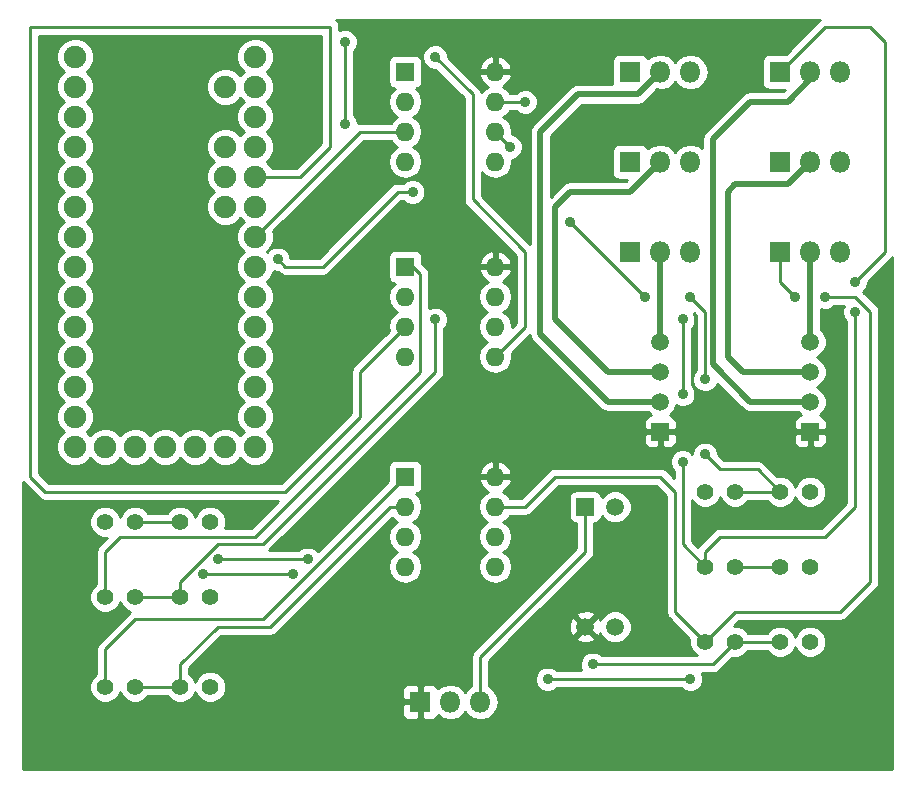
<source format=gtl>
G04 #@! TF.FileFunction,Copper,L1,Top,Signal*
%FSLAX46Y46*%
G04 Gerber Fmt 4.6, Leading zero omitted, Abs format (unit mm)*
G04 Created by KiCad (PCBNEW 4.0.6) date 06/10/17 11:37:53*
%MOMM*%
%LPD*%
G01*
G04 APERTURE LIST*
%ADD10C,0.150000*%
%ADD11R,1.800000X1.800000*%
%ADD12O,1.800000X1.800000*%
%ADD13R,1.600000X1.600000*%
%ADD14O,1.600000X1.600000*%
%ADD15C,1.500000*%
%ADD16C,1.397000*%
%ADD17R,1.500000X1.500000*%
%ADD18C,1.900000*%
%ADD19C,0.889000*%
%ADD20C,0.254000*%
%ADD21C,0.500000*%
G04 APERTURE END LIST*
D10*
D11*
X229870000Y-119380000D03*
D12*
X232410000Y-119380000D03*
X234950000Y-119380000D03*
D13*
X198120000Y-119380000D03*
D14*
X205740000Y-127000000D03*
X198120000Y-121920000D03*
X205740000Y-124460000D03*
X198120000Y-124460000D03*
X205740000Y-121920000D03*
X198120000Y-127000000D03*
X205740000Y-119380000D03*
D13*
X198120000Y-135890000D03*
D14*
X205740000Y-143510000D03*
X198120000Y-138430000D03*
X205740000Y-140970000D03*
X198120000Y-140970000D03*
X205740000Y-138430000D03*
X198120000Y-143510000D03*
X205740000Y-135890000D03*
D13*
X198120000Y-153670000D03*
D14*
X205740000Y-161290000D03*
X198120000Y-156210000D03*
X205740000Y-158750000D03*
X198120000Y-158750000D03*
X205740000Y-156210000D03*
X198120000Y-161290000D03*
X205740000Y-153670000D03*
D15*
X213360000Y-166370000D03*
X215900000Y-166370000D03*
D16*
X172720000Y-157480000D03*
X175260000Y-157480000D03*
X179070000Y-157480000D03*
X181610000Y-157480000D03*
X172720000Y-163830000D03*
X175260000Y-163830000D03*
X179070000Y-163830000D03*
X181610000Y-163830000D03*
X172720000Y-171450000D03*
X175260000Y-171450000D03*
X179070000Y-171450000D03*
X181610000Y-171450000D03*
X223520000Y-154940000D03*
X226060000Y-154940000D03*
X229870000Y-154940000D03*
X232410000Y-154940000D03*
X223520000Y-161290000D03*
X226060000Y-161290000D03*
X229870000Y-161290000D03*
X232410000Y-161290000D03*
X223520000Y-167640000D03*
X226060000Y-167640000D03*
X229870000Y-167640000D03*
X232410000Y-167640000D03*
D11*
X199390000Y-172720000D03*
D12*
X201930000Y-172720000D03*
X204470000Y-172720000D03*
D17*
X219710000Y-149860000D03*
D15*
X219710000Y-147320000D03*
X219710000Y-144780000D03*
X219710000Y-142240000D03*
D17*
X232410000Y-149860000D03*
D15*
X232410000Y-147320000D03*
X232410000Y-144780000D03*
X232410000Y-142240000D03*
D11*
X217170000Y-119380000D03*
D12*
X219710000Y-119380000D03*
X222250000Y-119380000D03*
D11*
X217170000Y-127000000D03*
D12*
X219710000Y-127000000D03*
X222250000Y-127000000D03*
D11*
X217170000Y-134620000D03*
D12*
X219710000Y-134620000D03*
X222250000Y-134620000D03*
D11*
X229870000Y-127000000D03*
D12*
X232410000Y-127000000D03*
X234950000Y-127000000D03*
D11*
X229870000Y-134620000D03*
D12*
X232410000Y-134620000D03*
X234950000Y-134620000D03*
D18*
X182880000Y-130810000D03*
X182880000Y-128270000D03*
X182880000Y-125730000D03*
X182880000Y-120650000D03*
X172720000Y-151130000D03*
X175260000Y-151130000D03*
X177800000Y-151130000D03*
X180340000Y-151130000D03*
X182880000Y-151130000D03*
X170180000Y-120650000D03*
X170180000Y-123190000D03*
X170180000Y-125730000D03*
X170180000Y-128270000D03*
X170180000Y-130810000D03*
X170180000Y-133350000D03*
X170180000Y-135890000D03*
X170180000Y-138430000D03*
X170180000Y-140970000D03*
X170180000Y-143510000D03*
X170180000Y-146050000D03*
X170180000Y-148590000D03*
X170180000Y-151130000D03*
X185420000Y-151130000D03*
X185420000Y-148590000D03*
X185420000Y-146050000D03*
X185420000Y-143510000D03*
X185420000Y-140970000D03*
X185420000Y-138430000D03*
X185420000Y-135890000D03*
X185420000Y-133350000D03*
X185420000Y-130810000D03*
X185420000Y-128270000D03*
X185420000Y-125730000D03*
X185420000Y-123190000D03*
X185420000Y-120650000D03*
X185420000Y-118110000D03*
X170180000Y-118110000D03*
D17*
X213360000Y-156210000D03*
D15*
X215900000Y-156210000D03*
D19*
X198755000Y-129540000D03*
X187325000Y-135255000D03*
X223520000Y-145415000D03*
X218440000Y-138430000D03*
X222250000Y-138430000D03*
X223520000Y-151765000D03*
X207010000Y-125730000D03*
X212090000Y-132080000D03*
X208280000Y-121920000D03*
X200660000Y-118110000D03*
X200660000Y-140335000D03*
X221615000Y-140335000D03*
X221615000Y-146685000D03*
X221615000Y-152400000D03*
X236220000Y-139700000D03*
X236220000Y-137160000D03*
X210185000Y-170815000D03*
X222250000Y-170815000D03*
X182245000Y-160655000D03*
X189865000Y-160655000D03*
X213995000Y-169545000D03*
X180975000Y-161925000D03*
X188595000Y-161925000D03*
X231140000Y-138430000D03*
X233680000Y-138430000D03*
X193040000Y-116840000D03*
X193040000Y-123825000D03*
D20*
X197485000Y-129540000D02*
X198755000Y-129540000D01*
X191135000Y-135890000D02*
X197485000Y-129540000D01*
X187960000Y-135890000D02*
X191135000Y-135890000D01*
X187325000Y-135255000D02*
X187960000Y-135890000D01*
X175260000Y-157480000D02*
X179070000Y-157480000D01*
X214630000Y-134620000D02*
X218440000Y-138430000D01*
X222250000Y-138430000D02*
X223520000Y-139700000D01*
X223520000Y-139700000D02*
X223520000Y-145415000D01*
X229870000Y-154940000D02*
X227965000Y-153035000D01*
X224790000Y-153035000D02*
X227965000Y-153035000D01*
X223520000Y-151765000D02*
X224790000Y-153035000D01*
X205740000Y-124460000D02*
X207010000Y-125730000D01*
X212090000Y-132080000D02*
X214630000Y-134620000D01*
X226060000Y-154940000D02*
X229870000Y-154940000D01*
X198120000Y-124460000D02*
X194310000Y-124460000D01*
X194310000Y-124460000D02*
X185420000Y-133350000D01*
X205740000Y-121920000D02*
X208280000Y-121920000D01*
X172720000Y-163830000D02*
X172720000Y-160020000D01*
X199390000Y-136525000D02*
X198755000Y-135890000D01*
X199390000Y-144780000D02*
X199390000Y-136525000D01*
X185420000Y-158750000D02*
X199390000Y-144780000D01*
X173990000Y-158750000D02*
X185420000Y-158750000D01*
X172720000Y-160020000D02*
X173990000Y-158750000D01*
X198755000Y-135890000D02*
X198120000Y-135890000D01*
X200660000Y-118110000D02*
X203835000Y-121285000D01*
X203835000Y-121285000D02*
X203835000Y-130175000D01*
X203835000Y-130175000D02*
X208280000Y-134620000D01*
X208280000Y-134620000D02*
X208280000Y-140970000D01*
X208280000Y-140970000D02*
X205740000Y-143510000D01*
X179070000Y-163830000D02*
X179070000Y-162560000D01*
X200660000Y-144780000D02*
X200660000Y-140335000D01*
X186055000Y-159385000D02*
X200660000Y-144780000D01*
X182245000Y-159385000D02*
X186055000Y-159385000D01*
X179070000Y-162560000D02*
X182245000Y-159385000D01*
X175260000Y-163830000D02*
X179070000Y-163830000D01*
X226060000Y-161290000D02*
X229870000Y-161290000D01*
X185420000Y-128270000D02*
X189230000Y-128270000D01*
X189230000Y-128270000D02*
X191770000Y-125730000D01*
X191770000Y-125730000D02*
X191770000Y-115570000D01*
X191770000Y-115570000D02*
X187960000Y-115570000D01*
X187960000Y-115570000D02*
X166370000Y-115570000D01*
X166370000Y-115570000D02*
X166370000Y-149860000D01*
X166370000Y-149860000D02*
X166370000Y-153670000D01*
X166370000Y-153670000D02*
X167640000Y-154940000D01*
X167640000Y-154940000D02*
X187960000Y-154940000D01*
X187960000Y-154940000D02*
X194310000Y-148590000D01*
X194310000Y-148590000D02*
X194310000Y-144780000D01*
X194310000Y-144780000D02*
X198120000Y-140970000D01*
X221615000Y-140335000D02*
X221615000Y-146685000D01*
X221615000Y-159385000D02*
X223520000Y-161290000D01*
X221615000Y-152400000D02*
X221615000Y-159385000D01*
X229870000Y-119380000D02*
X229235000Y-119380000D01*
X223520000Y-161290000D02*
X223520000Y-160020000D01*
X223520000Y-160020000D02*
X224790000Y-158750000D01*
X224790000Y-158750000D02*
X233680000Y-158750000D01*
X233680000Y-158750000D02*
X236220000Y-156210000D01*
X236220000Y-156210000D02*
X236220000Y-139700000D01*
X236220000Y-137160000D02*
X238760000Y-134620000D01*
X238760000Y-134620000D02*
X238760000Y-116840000D01*
X238760000Y-116840000D02*
X237490000Y-115570000D01*
X237490000Y-115570000D02*
X233680000Y-115570000D01*
X233680000Y-115570000D02*
X229870000Y-119380000D01*
X210185000Y-170815000D02*
X222250000Y-170815000D01*
X172720000Y-171450000D02*
X172720000Y-168275000D01*
X186055000Y-165735000D02*
X198120000Y-153670000D01*
X175260000Y-165735000D02*
X186055000Y-165735000D01*
X172720000Y-168275000D02*
X175260000Y-165735000D01*
X182245000Y-160655000D02*
X189865000Y-160655000D01*
X179070000Y-171450000D02*
X179070000Y-169545000D01*
X196850000Y-156210000D02*
X198120000Y-156210000D01*
X186690000Y-166370000D02*
X196850000Y-156210000D01*
X182245000Y-166370000D02*
X186690000Y-166370000D01*
X179070000Y-169545000D02*
X182245000Y-166370000D01*
X175260000Y-171450000D02*
X179070000Y-171450000D01*
X213995000Y-169545000D02*
X224155000Y-169545000D01*
X224155000Y-169545000D02*
X226060000Y-167640000D01*
X226060000Y-167640000D02*
X229870000Y-167640000D01*
X180975000Y-161925000D02*
X188595000Y-161925000D01*
X223520000Y-167640000D02*
X226060000Y-165100000D01*
X229870000Y-137160000D02*
X229870000Y-134620000D01*
X231140000Y-138430000D02*
X229870000Y-137160000D01*
X236220000Y-138430000D02*
X233680000Y-138430000D01*
X237490000Y-139700000D02*
X236220000Y-138430000D01*
X237490000Y-162560000D02*
X237490000Y-139700000D01*
X234950000Y-165100000D02*
X237490000Y-162560000D01*
X226060000Y-165100000D02*
X234950000Y-165100000D01*
X205740000Y-156210000D02*
X208280000Y-156210000D01*
X220980000Y-165100000D02*
X223520000Y-167640000D01*
X220980000Y-154940000D02*
X220980000Y-165100000D01*
X219710000Y-153670000D02*
X220980000Y-154940000D01*
X210820000Y-153670000D02*
X219710000Y-153670000D01*
X208280000Y-156210000D02*
X210820000Y-153670000D01*
X193040000Y-123825000D02*
X193040000Y-116840000D01*
X213360000Y-156210000D02*
X213360000Y-160020000D01*
X204470000Y-168910000D02*
X204470000Y-172720000D01*
X213360000Y-160020000D02*
X204470000Y-168910000D01*
D21*
X219710000Y-119380000D02*
X217805000Y-121285000D01*
X215265000Y-147320000D02*
X219710000Y-147320000D01*
X209550000Y-141605000D02*
X215265000Y-147320000D01*
X209550000Y-124460000D02*
X209550000Y-141605000D01*
X212725000Y-121285000D02*
X209550000Y-124460000D01*
X217805000Y-121285000D02*
X212725000Y-121285000D01*
X215265000Y-144780000D02*
X219710000Y-144780000D01*
X210820000Y-140335000D02*
X215265000Y-144780000D01*
X210820000Y-130810000D02*
X210820000Y-140335000D01*
X219710000Y-127000000D02*
X217170000Y-129540000D01*
X212090000Y-129540000D02*
X210820000Y-130810000D01*
X217170000Y-129540000D02*
X212090000Y-129540000D01*
X219710000Y-134620000D02*
X219710000Y-142240000D01*
X224155000Y-125095000D02*
X224155000Y-144145000D01*
X224155000Y-144145000D02*
X227330000Y-147320000D01*
X232410000Y-119380000D02*
X232410000Y-120015000D01*
X232410000Y-120015000D02*
X230505000Y-121920000D01*
X230505000Y-121920000D02*
X227330000Y-121920000D01*
X227330000Y-121920000D02*
X224155000Y-125095000D01*
X227330000Y-147320000D02*
X232410000Y-147320000D01*
X226695000Y-144780000D02*
X232410000Y-144780000D01*
X225425000Y-143510000D02*
X226695000Y-144780000D01*
X225425000Y-129540000D02*
X225425000Y-143510000D01*
X232410000Y-127000000D02*
X230505000Y-128905000D01*
X226060000Y-128905000D02*
X225425000Y-129540000D01*
X230505000Y-128905000D02*
X226060000Y-128905000D01*
X232410000Y-134620000D02*
X232410000Y-142240000D01*
D20*
G36*
X233141185Y-115031184D02*
X230339810Y-117832560D01*
X228970000Y-117832560D01*
X228734683Y-117876838D01*
X228518559Y-118015910D01*
X228373569Y-118228110D01*
X228322560Y-118480000D01*
X228322560Y-120280000D01*
X228366838Y-120515317D01*
X228505910Y-120731441D01*
X228718110Y-120876431D01*
X228970000Y-120927440D01*
X230245980Y-120927440D01*
X230138420Y-121035000D01*
X227330005Y-121035000D01*
X227330000Y-121034999D01*
X227047516Y-121091190D01*
X226991325Y-121102367D01*
X226704210Y-121294210D01*
X226704208Y-121294213D01*
X223529210Y-124469210D01*
X223337367Y-124756325D01*
X223337367Y-124756326D01*
X223269999Y-125095000D01*
X223270000Y-125095005D01*
X223270000Y-125850793D01*
X222867491Y-125581845D01*
X222280072Y-125465000D01*
X222219928Y-125465000D01*
X221632509Y-125581845D01*
X221134519Y-125914591D01*
X220980000Y-126145845D01*
X220825481Y-125914591D01*
X220327491Y-125581845D01*
X219740072Y-125465000D01*
X219679928Y-125465000D01*
X219092509Y-125581845D01*
X218671974Y-125862837D01*
X218534090Y-125648559D01*
X218321890Y-125503569D01*
X218070000Y-125452560D01*
X216270000Y-125452560D01*
X216034683Y-125496838D01*
X215818559Y-125635910D01*
X215673569Y-125848110D01*
X215622560Y-126100000D01*
X215622560Y-127900000D01*
X215666838Y-128135317D01*
X215805910Y-128351441D01*
X216018110Y-128496431D01*
X216270000Y-128547440D01*
X216910980Y-128547440D01*
X216803420Y-128655000D01*
X212090005Y-128655000D01*
X212090000Y-128654999D01*
X211751325Y-128722367D01*
X211464210Y-128914210D01*
X211464208Y-128914213D01*
X210435000Y-129943420D01*
X210435000Y-124826580D01*
X213091579Y-122170000D01*
X217804995Y-122170000D01*
X217805000Y-122170001D01*
X218087484Y-122113810D01*
X218143675Y-122102633D01*
X218430790Y-121910790D01*
X219468613Y-120872967D01*
X219679928Y-120915000D01*
X219740072Y-120915000D01*
X220327491Y-120798155D01*
X220825481Y-120465409D01*
X220980000Y-120234155D01*
X221134519Y-120465409D01*
X221632509Y-120798155D01*
X222219928Y-120915000D01*
X222280072Y-120915000D01*
X222867491Y-120798155D01*
X223365481Y-120465409D01*
X223698227Y-119967419D01*
X223815072Y-119380000D01*
X223698227Y-118792581D01*
X223365481Y-118294591D01*
X222867491Y-117961845D01*
X222280072Y-117845000D01*
X222219928Y-117845000D01*
X221632509Y-117961845D01*
X221134519Y-118294591D01*
X220980000Y-118525845D01*
X220825481Y-118294591D01*
X220327491Y-117961845D01*
X219740072Y-117845000D01*
X219679928Y-117845000D01*
X219092509Y-117961845D01*
X218671974Y-118242837D01*
X218534090Y-118028559D01*
X218321890Y-117883569D01*
X218070000Y-117832560D01*
X216270000Y-117832560D01*
X216034683Y-117876838D01*
X215818559Y-118015910D01*
X215673569Y-118228110D01*
X215622560Y-118480000D01*
X215622560Y-120280000D01*
X215645140Y-120400000D01*
X212725005Y-120400000D01*
X212725000Y-120399999D01*
X212442516Y-120456190D01*
X212386325Y-120467367D01*
X212099210Y-120659210D01*
X212099208Y-120659213D01*
X208924210Y-123834210D01*
X208732367Y-124121325D01*
X208727603Y-124145276D01*
X208664999Y-124460000D01*
X208665000Y-124460005D01*
X208665000Y-133927369D01*
X204597000Y-129859370D01*
X204597000Y-127864755D01*
X204697189Y-128014698D01*
X205162736Y-128325767D01*
X205711887Y-128435000D01*
X205768113Y-128435000D01*
X206317264Y-128325767D01*
X206782811Y-128014698D01*
X207093880Y-127549151D01*
X207203113Y-127000000D01*
X207165247Y-126809636D01*
X207223784Y-126809687D01*
X207620689Y-126645689D01*
X207924622Y-126342286D01*
X208089313Y-125945668D01*
X208089687Y-125516216D01*
X207925689Y-125119311D01*
X207622286Y-124815378D01*
X207225668Y-124650687D01*
X207165193Y-124650634D01*
X207203113Y-124460000D01*
X207093880Y-123910849D01*
X206782811Y-123445302D01*
X206400725Y-123190000D01*
X206782811Y-122934698D01*
X206951659Y-122682000D01*
X207515358Y-122682000D01*
X207667714Y-122834622D01*
X208064332Y-122999313D01*
X208493784Y-122999687D01*
X208890689Y-122835689D01*
X209194622Y-122532286D01*
X209359313Y-122135668D01*
X209359687Y-121706216D01*
X209195689Y-121309311D01*
X208892286Y-121005378D01*
X208495668Y-120840687D01*
X208066216Y-120840313D01*
X207669311Y-121004311D01*
X207515354Y-121158000D01*
X206951659Y-121158000D01*
X206782811Y-120905302D01*
X206378297Y-120635014D01*
X206595134Y-120532389D01*
X206971041Y-120117423D01*
X207131904Y-119729039D01*
X207009915Y-119507000D01*
X205867000Y-119507000D01*
X205867000Y-119527000D01*
X205613000Y-119527000D01*
X205613000Y-119507000D01*
X204470085Y-119507000D01*
X204348096Y-119729039D01*
X204508959Y-120117423D01*
X204884866Y-120532389D01*
X205101703Y-120635014D01*
X204697189Y-120905302D01*
X204561783Y-121107951D01*
X204538996Y-120993395D01*
X204373815Y-120746185D01*
X202658591Y-119030961D01*
X204348096Y-119030961D01*
X204470085Y-119253000D01*
X205613000Y-119253000D01*
X205613000Y-118109371D01*
X205867000Y-118109371D01*
X205867000Y-119253000D01*
X207009915Y-119253000D01*
X207131904Y-119030961D01*
X206971041Y-118642577D01*
X206595134Y-118227611D01*
X206089041Y-117988086D01*
X205867000Y-118109371D01*
X205613000Y-118109371D01*
X205390959Y-117988086D01*
X204884866Y-118227611D01*
X204508959Y-118642577D01*
X204348096Y-119030961D01*
X202658591Y-119030961D01*
X201739499Y-118111869D01*
X201739687Y-117896216D01*
X201575689Y-117499311D01*
X201272286Y-117195378D01*
X200875668Y-117030687D01*
X200446216Y-117030313D01*
X200049311Y-117194311D01*
X199745378Y-117497714D01*
X199580687Y-117894332D01*
X199580313Y-118323784D01*
X199744311Y-118720689D01*
X200047714Y-119024622D01*
X200444332Y-119189313D01*
X200661872Y-119189502D01*
X203073000Y-121600630D01*
X203073000Y-130175000D01*
X203131004Y-130466605D01*
X203296185Y-130713815D01*
X207518000Y-134935631D01*
X207518000Y-140654369D01*
X207202990Y-140969380D01*
X207093880Y-140420849D01*
X206782811Y-139955302D01*
X206400725Y-139700000D01*
X206782811Y-139444698D01*
X207093880Y-138979151D01*
X207203113Y-138430000D01*
X207093880Y-137880849D01*
X206782811Y-137415302D01*
X206378297Y-137145014D01*
X206595134Y-137042389D01*
X206971041Y-136627423D01*
X207131904Y-136239039D01*
X207009915Y-136017000D01*
X205867000Y-136017000D01*
X205867000Y-136037000D01*
X205613000Y-136037000D01*
X205613000Y-136017000D01*
X204470085Y-136017000D01*
X204348096Y-136239039D01*
X204508959Y-136627423D01*
X204884866Y-137042389D01*
X205101703Y-137145014D01*
X204697189Y-137415302D01*
X204386120Y-137880849D01*
X204276887Y-138430000D01*
X204386120Y-138979151D01*
X204697189Y-139444698D01*
X205079275Y-139700000D01*
X204697189Y-139955302D01*
X204386120Y-140420849D01*
X204276887Y-140970000D01*
X204386120Y-141519151D01*
X204697189Y-141984698D01*
X205079275Y-142240000D01*
X204697189Y-142495302D01*
X204386120Y-142960849D01*
X204276887Y-143510000D01*
X204386120Y-144059151D01*
X204697189Y-144524698D01*
X205162736Y-144835767D01*
X205711887Y-144945000D01*
X205768113Y-144945000D01*
X206317264Y-144835767D01*
X206782811Y-144524698D01*
X207093880Y-144059151D01*
X207203113Y-143510000D01*
X207139157Y-143188473D01*
X208674561Y-141653070D01*
X208717047Y-141866657D01*
X208732367Y-141943675D01*
X208745479Y-141963298D01*
X208924210Y-142230790D01*
X214639208Y-147945787D01*
X214639210Y-147945790D01*
X214796946Y-148051185D01*
X214926326Y-148137634D01*
X215265000Y-148205001D01*
X215265005Y-148205000D01*
X218636477Y-148205000D01*
X218906007Y-148475000D01*
X218833690Y-148475000D01*
X218600301Y-148571673D01*
X218421673Y-148750302D01*
X218325000Y-148983691D01*
X218325000Y-149574250D01*
X218483750Y-149733000D01*
X219583000Y-149733000D01*
X219583000Y-149713000D01*
X219837000Y-149713000D01*
X219837000Y-149733000D01*
X220936250Y-149733000D01*
X221095000Y-149574250D01*
X221095000Y-148983691D01*
X220998327Y-148750302D01*
X220819699Y-148571673D01*
X220586310Y-148475000D01*
X220513381Y-148475000D01*
X220883461Y-148105564D01*
X221080188Y-147631792D01*
X221399332Y-147764313D01*
X221828784Y-147764687D01*
X222225689Y-147600689D01*
X222529622Y-147297286D01*
X222694313Y-146900668D01*
X222694687Y-146471216D01*
X222530689Y-146074311D01*
X222377000Y-145920354D01*
X222377000Y-141099642D01*
X222529622Y-140947286D01*
X222694313Y-140550668D01*
X222694687Y-140121216D01*
X222575760Y-139833390D01*
X222758000Y-140015631D01*
X222758000Y-144650358D01*
X222605378Y-144802714D01*
X222440687Y-145199332D01*
X222440313Y-145628784D01*
X222604311Y-146025689D01*
X222907714Y-146329622D01*
X223304332Y-146494313D01*
X223733784Y-146494687D01*
X224130689Y-146330689D01*
X224434622Y-146027286D01*
X224537632Y-145779212D01*
X226704208Y-147945787D01*
X226704210Y-147945790D01*
X226991325Y-148137633D01*
X227047516Y-148148810D01*
X227330000Y-148205001D01*
X227330005Y-148205000D01*
X231336477Y-148205000D01*
X231606007Y-148475000D01*
X231533690Y-148475000D01*
X231300301Y-148571673D01*
X231121673Y-148750302D01*
X231025000Y-148983691D01*
X231025000Y-149574250D01*
X231183750Y-149733000D01*
X232283000Y-149733000D01*
X232283000Y-149713000D01*
X232537000Y-149713000D01*
X232537000Y-149733000D01*
X233636250Y-149733000D01*
X233795000Y-149574250D01*
X233795000Y-148983691D01*
X233698327Y-148750302D01*
X233519699Y-148571673D01*
X233286310Y-148475000D01*
X233213381Y-148475000D01*
X233583461Y-148105564D01*
X233794759Y-147596702D01*
X233795240Y-147045715D01*
X233584831Y-146536485D01*
X233195564Y-146146539D01*
X232963130Y-146050024D01*
X233193515Y-145954831D01*
X233583461Y-145565564D01*
X233794759Y-145056702D01*
X233795240Y-144505715D01*
X233584831Y-143996485D01*
X233195564Y-143606539D01*
X232963130Y-143510024D01*
X233193515Y-143414831D01*
X233583461Y-143025564D01*
X233794759Y-142516702D01*
X233795240Y-141965715D01*
X233584831Y-141456485D01*
X233295000Y-141166148D01*
X233295000Y-139439000D01*
X233464332Y-139509313D01*
X233893784Y-139509687D01*
X234290689Y-139345689D01*
X234444646Y-139192000D01*
X235262074Y-139192000D01*
X235140687Y-139484332D01*
X235140313Y-139913784D01*
X235304311Y-140310689D01*
X235458000Y-140464646D01*
X235458000Y-155894369D01*
X233364370Y-157988000D01*
X224790000Y-157988000D01*
X224498395Y-158046004D01*
X224251184Y-158211185D01*
X222981186Y-159481184D01*
X222981185Y-159481185D01*
X222904132Y-159596502D01*
X222377000Y-159069370D01*
X222377000Y-155665691D01*
X222388854Y-155694380D01*
X222763647Y-156069827D01*
X223253587Y-156273268D01*
X223784086Y-156273731D01*
X224274380Y-156071146D01*
X224649827Y-155696353D01*
X224790094Y-155358554D01*
X224928854Y-155694380D01*
X225303647Y-156069827D01*
X225793587Y-156273268D01*
X226324086Y-156273731D01*
X226814380Y-156071146D01*
X227184170Y-155702000D01*
X228746461Y-155702000D01*
X229113647Y-156069827D01*
X229603587Y-156273268D01*
X230134086Y-156273731D01*
X230624380Y-156071146D01*
X230999827Y-155696353D01*
X231140094Y-155358554D01*
X231278854Y-155694380D01*
X231653647Y-156069827D01*
X232143587Y-156273268D01*
X232674086Y-156273731D01*
X233164380Y-156071146D01*
X233539827Y-155696353D01*
X233743268Y-155206413D01*
X233743731Y-154675914D01*
X233541146Y-154185620D01*
X233166353Y-153810173D01*
X232676413Y-153606732D01*
X232145914Y-153606269D01*
X231655620Y-153808854D01*
X231280173Y-154183647D01*
X231139906Y-154521446D01*
X231001146Y-154185620D01*
X230626353Y-153810173D01*
X230136413Y-153606732D01*
X229613906Y-153606276D01*
X228503815Y-152496185D01*
X228471333Y-152474481D01*
X228256605Y-152331004D01*
X227965000Y-152273000D01*
X225105631Y-152273000D01*
X224599499Y-151766869D01*
X224599687Y-151551216D01*
X224435689Y-151154311D01*
X224132286Y-150850378D01*
X223735668Y-150685687D01*
X223306216Y-150685313D01*
X222909311Y-150849311D01*
X222605378Y-151152714D01*
X222440687Y-151549332D01*
X222440557Y-151699021D01*
X222227286Y-151485378D01*
X221830668Y-151320687D01*
X221401216Y-151320313D01*
X221004311Y-151484311D01*
X220700378Y-151787714D01*
X220535687Y-152184332D01*
X220535313Y-152613784D01*
X220699311Y-153010689D01*
X220853000Y-153164646D01*
X220853000Y-153735370D01*
X220248815Y-153131185D01*
X220104864Y-153035000D01*
X220001605Y-152966004D01*
X219710000Y-152908000D01*
X210820000Y-152908000D01*
X210528395Y-152966004D01*
X210281184Y-153131185D01*
X207964370Y-155448000D01*
X206951659Y-155448000D01*
X206782811Y-155195302D01*
X206378297Y-154925014D01*
X206595134Y-154822389D01*
X206971041Y-154407423D01*
X207131904Y-154019039D01*
X207009915Y-153797000D01*
X205867000Y-153797000D01*
X205867000Y-153817000D01*
X205613000Y-153817000D01*
X205613000Y-153797000D01*
X204470085Y-153797000D01*
X204348096Y-154019039D01*
X204508959Y-154407423D01*
X204884866Y-154822389D01*
X205101703Y-154925014D01*
X204697189Y-155195302D01*
X204386120Y-155660849D01*
X204276887Y-156210000D01*
X204386120Y-156759151D01*
X204697189Y-157224698D01*
X205079275Y-157480000D01*
X204697189Y-157735302D01*
X204386120Y-158200849D01*
X204276887Y-158750000D01*
X204386120Y-159299151D01*
X204697189Y-159764698D01*
X205079275Y-160020000D01*
X204697189Y-160275302D01*
X204386120Y-160740849D01*
X204276887Y-161290000D01*
X204386120Y-161839151D01*
X204697189Y-162304698D01*
X205162736Y-162615767D01*
X205711887Y-162725000D01*
X205768113Y-162725000D01*
X206317264Y-162615767D01*
X206782811Y-162304698D01*
X207093880Y-161839151D01*
X207203113Y-161290000D01*
X207093880Y-160740849D01*
X206782811Y-160275302D01*
X206400725Y-160020000D01*
X206782811Y-159764698D01*
X207093880Y-159299151D01*
X207203113Y-158750000D01*
X207093880Y-158200849D01*
X206782811Y-157735302D01*
X206400725Y-157480000D01*
X206782811Y-157224698D01*
X206951659Y-156972000D01*
X208280000Y-156972000D01*
X208571605Y-156913996D01*
X208818815Y-156748815D01*
X211135631Y-154432000D01*
X219394370Y-154432000D01*
X220218000Y-155255631D01*
X220218000Y-165100000D01*
X220276004Y-165391605D01*
X220404850Y-165584436D01*
X220441185Y-165638815D01*
X222186723Y-167384353D01*
X222186269Y-167904086D01*
X222388854Y-168394380D01*
X222763647Y-168769827D01*
X222795371Y-168783000D01*
X214759642Y-168783000D01*
X214607286Y-168630378D01*
X214210668Y-168465687D01*
X213781216Y-168465313D01*
X213384311Y-168629311D01*
X213080378Y-168932714D01*
X212915687Y-169329332D01*
X212915313Y-169758784D01*
X213036881Y-170053000D01*
X210949642Y-170053000D01*
X210797286Y-169900378D01*
X210400668Y-169735687D01*
X209971216Y-169735313D01*
X209574311Y-169899311D01*
X209270378Y-170202714D01*
X209105687Y-170599332D01*
X209105313Y-171028784D01*
X209269311Y-171425689D01*
X209572714Y-171729622D01*
X209969332Y-171894313D01*
X210398784Y-171894687D01*
X210795689Y-171730689D01*
X210949646Y-171577000D01*
X221485358Y-171577000D01*
X221637714Y-171729622D01*
X222034332Y-171894313D01*
X222463784Y-171894687D01*
X222860689Y-171730689D01*
X223164622Y-171427286D01*
X223329313Y-171030668D01*
X223329687Y-170601216D01*
X223208119Y-170307000D01*
X224155000Y-170307000D01*
X224446605Y-170248996D01*
X224693815Y-170083815D01*
X225804353Y-168973277D01*
X226324086Y-168973731D01*
X226814380Y-168771146D01*
X227184170Y-168402000D01*
X228746461Y-168402000D01*
X229113647Y-168769827D01*
X229603587Y-168973268D01*
X230134086Y-168973731D01*
X230624380Y-168771146D01*
X230999827Y-168396353D01*
X231140094Y-168058554D01*
X231278854Y-168394380D01*
X231653647Y-168769827D01*
X232143587Y-168973268D01*
X232674086Y-168973731D01*
X233164380Y-168771146D01*
X233539827Y-168396353D01*
X233743268Y-167906413D01*
X233743731Y-167375914D01*
X233541146Y-166885620D01*
X233166353Y-166510173D01*
X232676413Y-166306732D01*
X232145914Y-166306269D01*
X231655620Y-166508854D01*
X231280173Y-166883647D01*
X231139906Y-167221446D01*
X231001146Y-166885620D01*
X230626353Y-166510173D01*
X230136413Y-166306732D01*
X229605914Y-166306269D01*
X229115620Y-166508854D01*
X228745830Y-166878000D01*
X227183539Y-166878000D01*
X226816353Y-166510173D01*
X226326413Y-166306732D01*
X225931244Y-166306387D01*
X226375631Y-165862000D01*
X234950000Y-165862000D01*
X235241605Y-165803996D01*
X235488815Y-165638815D01*
X238028815Y-163098816D01*
X238193996Y-162851605D01*
X238219179Y-162725000D01*
X238252000Y-162560000D01*
X238252000Y-139700000D01*
X238193996Y-139408395D01*
X238139380Y-139326657D01*
X238028815Y-139161184D01*
X236887053Y-138019423D01*
X237134622Y-137772286D01*
X237299313Y-137375668D01*
X237299502Y-137158128D01*
X239298815Y-135158816D01*
X239345000Y-135089695D01*
X239345000Y-178385000D01*
X165785000Y-178385000D01*
X165785000Y-173005750D01*
X197855000Y-173005750D01*
X197855000Y-173746310D01*
X197951673Y-173979699D01*
X198130302Y-174158327D01*
X198363691Y-174255000D01*
X199104250Y-174255000D01*
X199263000Y-174096250D01*
X199263000Y-172847000D01*
X198013750Y-172847000D01*
X197855000Y-173005750D01*
X165785000Y-173005750D01*
X165785000Y-154139694D01*
X165810595Y-154178000D01*
X165831185Y-154208815D01*
X167101184Y-155478815D01*
X167348395Y-155643996D01*
X167640000Y-155702000D01*
X187390370Y-155702000D01*
X185104370Y-157988000D01*
X182842952Y-157988000D01*
X182943268Y-157746413D01*
X182943731Y-157215914D01*
X182741146Y-156725620D01*
X182366353Y-156350173D01*
X181876413Y-156146732D01*
X181345914Y-156146269D01*
X180855620Y-156348854D01*
X180480173Y-156723647D01*
X180339906Y-157061446D01*
X180201146Y-156725620D01*
X179826353Y-156350173D01*
X179336413Y-156146732D01*
X178805914Y-156146269D01*
X178315620Y-156348854D01*
X177945830Y-156718000D01*
X176383539Y-156718000D01*
X176016353Y-156350173D01*
X175526413Y-156146732D01*
X174995914Y-156146269D01*
X174505620Y-156348854D01*
X174130173Y-156723647D01*
X173989906Y-157061446D01*
X173851146Y-156725620D01*
X173476353Y-156350173D01*
X172986413Y-156146732D01*
X172455914Y-156146269D01*
X171965620Y-156348854D01*
X171590173Y-156723647D01*
X171386732Y-157213587D01*
X171386269Y-157744086D01*
X171588854Y-158234380D01*
X171963647Y-158609827D01*
X172453587Y-158813268D01*
X172848757Y-158813613D01*
X172181185Y-159481185D01*
X172016004Y-159728395D01*
X171958000Y-160020000D01*
X171958000Y-162706461D01*
X171590173Y-163073647D01*
X171386732Y-163563587D01*
X171386269Y-164094086D01*
X171588854Y-164584380D01*
X171963647Y-164959827D01*
X172453587Y-165163268D01*
X172984086Y-165163731D01*
X173474380Y-164961146D01*
X173849827Y-164586353D01*
X173990094Y-164248554D01*
X174128854Y-164584380D01*
X174503647Y-164959827D01*
X174855970Y-165106124D01*
X174721184Y-165196185D01*
X172181185Y-167736185D01*
X172016004Y-167983395D01*
X171958000Y-168275000D01*
X171958000Y-170326461D01*
X171590173Y-170693647D01*
X171386732Y-171183587D01*
X171386269Y-171714086D01*
X171588854Y-172204380D01*
X171963647Y-172579827D01*
X172453587Y-172783268D01*
X172984086Y-172783731D01*
X173474380Y-172581146D01*
X173849827Y-172206353D01*
X173990094Y-171868554D01*
X174128854Y-172204380D01*
X174503647Y-172579827D01*
X174993587Y-172783268D01*
X175524086Y-172783731D01*
X176014380Y-172581146D01*
X176384170Y-172212000D01*
X177946461Y-172212000D01*
X178313647Y-172579827D01*
X178803587Y-172783268D01*
X179334086Y-172783731D01*
X179824380Y-172581146D01*
X180199827Y-172206353D01*
X180340094Y-171868554D01*
X180478854Y-172204380D01*
X180853647Y-172579827D01*
X181343587Y-172783268D01*
X181874086Y-172783731D01*
X182364380Y-172581146D01*
X182739827Y-172206353D01*
X182943268Y-171716413D01*
X182943287Y-171693690D01*
X197855000Y-171693690D01*
X197855000Y-172434250D01*
X198013750Y-172593000D01*
X199263000Y-172593000D01*
X199263000Y-171343750D01*
X199517000Y-171343750D01*
X199517000Y-172593000D01*
X199537000Y-172593000D01*
X199537000Y-172847000D01*
X199517000Y-172847000D01*
X199517000Y-174096250D01*
X199675750Y-174255000D01*
X200416309Y-174255000D01*
X200649698Y-174158327D01*
X200828327Y-173979699D01*
X200881878Y-173850417D01*
X201312509Y-174138155D01*
X201899928Y-174255000D01*
X201960072Y-174255000D01*
X202547491Y-174138155D01*
X203045481Y-173805409D01*
X203200000Y-173574155D01*
X203354519Y-173805409D01*
X203852509Y-174138155D01*
X204439928Y-174255000D01*
X204500072Y-174255000D01*
X205087491Y-174138155D01*
X205585481Y-173805409D01*
X205918227Y-173307419D01*
X206035072Y-172720000D01*
X205918227Y-172132581D01*
X205585481Y-171634591D01*
X205232000Y-171398403D01*
X205232000Y-169225630D01*
X207116113Y-167341517D01*
X212568088Y-167341517D01*
X212636077Y-167582460D01*
X213155171Y-167767201D01*
X213705448Y-167739230D01*
X214083923Y-167582460D01*
X214151912Y-167341517D01*
X213360000Y-166549605D01*
X212568088Y-167341517D01*
X207116113Y-167341517D01*
X208292459Y-166165171D01*
X211962799Y-166165171D01*
X211990770Y-166715448D01*
X212147540Y-167093923D01*
X212388483Y-167161912D01*
X213180395Y-166370000D01*
X213539605Y-166370000D01*
X214331517Y-167161912D01*
X214572460Y-167093923D01*
X214631732Y-166927379D01*
X214725169Y-167153515D01*
X215114436Y-167543461D01*
X215623298Y-167754759D01*
X216174285Y-167755240D01*
X216683515Y-167544831D01*
X217073461Y-167155564D01*
X217284759Y-166646702D01*
X217285240Y-166095715D01*
X217074831Y-165586485D01*
X216685564Y-165196539D01*
X216176702Y-164985241D01*
X215625715Y-164984760D01*
X215116485Y-165195169D01*
X214726539Y-165584436D01*
X214636623Y-165800979D01*
X214572460Y-165646077D01*
X214331517Y-165578088D01*
X213539605Y-166370000D01*
X213180395Y-166370000D01*
X212388483Y-165578088D01*
X212147540Y-165646077D01*
X211962799Y-166165171D01*
X208292459Y-166165171D01*
X209059147Y-165398483D01*
X212568088Y-165398483D01*
X213360000Y-166190395D01*
X214151912Y-165398483D01*
X214083923Y-165157540D01*
X213564829Y-164972799D01*
X213014552Y-165000770D01*
X212636077Y-165157540D01*
X212568088Y-165398483D01*
X209059147Y-165398483D01*
X213898816Y-160558815D01*
X214063997Y-160311604D01*
X214122000Y-160020000D01*
X214122000Y-157605182D01*
X214345317Y-157563162D01*
X214561441Y-157424090D01*
X214706431Y-157211890D01*
X214746355Y-157014738D01*
X215114436Y-157383461D01*
X215623298Y-157594759D01*
X216174285Y-157595240D01*
X216683515Y-157384831D01*
X217073461Y-156995564D01*
X217284759Y-156486702D01*
X217285240Y-155935715D01*
X217074831Y-155426485D01*
X216685564Y-155036539D01*
X216176702Y-154825241D01*
X215625715Y-154824760D01*
X215116485Y-155035169D01*
X214746920Y-155404091D01*
X214713162Y-155224683D01*
X214574090Y-155008559D01*
X214361890Y-154863569D01*
X214110000Y-154812560D01*
X212610000Y-154812560D01*
X212374683Y-154856838D01*
X212158559Y-154995910D01*
X212013569Y-155208110D01*
X211962560Y-155460000D01*
X211962560Y-156960000D01*
X212006838Y-157195317D01*
X212145910Y-157411441D01*
X212358110Y-157556431D01*
X212598000Y-157605010D01*
X212598000Y-159704369D01*
X203931185Y-168371185D01*
X203766004Y-168618395D01*
X203708000Y-168910000D01*
X203708000Y-171398403D01*
X203354519Y-171634591D01*
X203200000Y-171865845D01*
X203045481Y-171634591D01*
X202547491Y-171301845D01*
X201960072Y-171185000D01*
X201899928Y-171185000D01*
X201312509Y-171301845D01*
X200881878Y-171589583D01*
X200828327Y-171460301D01*
X200649698Y-171281673D01*
X200416309Y-171185000D01*
X199675750Y-171185000D01*
X199517000Y-171343750D01*
X199263000Y-171343750D01*
X199104250Y-171185000D01*
X198363691Y-171185000D01*
X198130302Y-171281673D01*
X197951673Y-171460301D01*
X197855000Y-171693690D01*
X182943287Y-171693690D01*
X182943731Y-171185914D01*
X182741146Y-170695620D01*
X182366353Y-170320173D01*
X181876413Y-170116732D01*
X181345914Y-170116269D01*
X180855620Y-170318854D01*
X180480173Y-170693647D01*
X180339906Y-171031446D01*
X180201146Y-170695620D01*
X179832000Y-170325830D01*
X179832000Y-169860630D01*
X182560630Y-167132000D01*
X186690000Y-167132000D01*
X186981605Y-167073996D01*
X187228815Y-166908815D01*
X197011397Y-157126234D01*
X197077189Y-157224698D01*
X197459275Y-157480000D01*
X197077189Y-157735302D01*
X196766120Y-158200849D01*
X196656887Y-158750000D01*
X196766120Y-159299151D01*
X197077189Y-159764698D01*
X197459275Y-160020000D01*
X197077189Y-160275302D01*
X196766120Y-160740849D01*
X196656887Y-161290000D01*
X196766120Y-161839151D01*
X197077189Y-162304698D01*
X197542736Y-162615767D01*
X198091887Y-162725000D01*
X198148113Y-162725000D01*
X198697264Y-162615767D01*
X199162811Y-162304698D01*
X199473880Y-161839151D01*
X199583113Y-161290000D01*
X199473880Y-160740849D01*
X199162811Y-160275302D01*
X198780725Y-160020000D01*
X199162811Y-159764698D01*
X199473880Y-159299151D01*
X199583113Y-158750000D01*
X199473880Y-158200849D01*
X199162811Y-157735302D01*
X198780725Y-157480000D01*
X199162811Y-157224698D01*
X199473880Y-156759151D01*
X199583113Y-156210000D01*
X199473880Y-155660849D01*
X199162811Y-155195302D01*
X199018535Y-155098899D01*
X199155317Y-155073162D01*
X199371441Y-154934090D01*
X199516431Y-154721890D01*
X199567440Y-154470000D01*
X199567440Y-153320961D01*
X204348096Y-153320961D01*
X204470085Y-153543000D01*
X205613000Y-153543000D01*
X205613000Y-152399371D01*
X205867000Y-152399371D01*
X205867000Y-153543000D01*
X207009915Y-153543000D01*
X207131904Y-153320961D01*
X206971041Y-152932577D01*
X206595134Y-152517611D01*
X206089041Y-152278086D01*
X205867000Y-152399371D01*
X205613000Y-152399371D01*
X205390959Y-152278086D01*
X204884866Y-152517611D01*
X204508959Y-152932577D01*
X204348096Y-153320961D01*
X199567440Y-153320961D01*
X199567440Y-152870000D01*
X199523162Y-152634683D01*
X199384090Y-152418559D01*
X199171890Y-152273569D01*
X198920000Y-152222560D01*
X197320000Y-152222560D01*
X197084683Y-152266838D01*
X196868559Y-152405910D01*
X196723569Y-152618110D01*
X196672560Y-152870000D01*
X196672560Y-154039809D01*
X190724423Y-159987947D01*
X190477286Y-159740378D01*
X190080668Y-159575687D01*
X189651216Y-159575313D01*
X189254311Y-159739311D01*
X189100354Y-159893000D01*
X186624630Y-159893000D01*
X196371880Y-150145750D01*
X218325000Y-150145750D01*
X218325000Y-150736309D01*
X218421673Y-150969698D01*
X218600301Y-151148327D01*
X218833690Y-151245000D01*
X219424250Y-151245000D01*
X219583000Y-151086250D01*
X219583000Y-149987000D01*
X219837000Y-149987000D01*
X219837000Y-151086250D01*
X219995750Y-151245000D01*
X220586310Y-151245000D01*
X220819699Y-151148327D01*
X220998327Y-150969698D01*
X221095000Y-150736309D01*
X221095000Y-150145750D01*
X231025000Y-150145750D01*
X231025000Y-150736309D01*
X231121673Y-150969698D01*
X231300301Y-151148327D01*
X231533690Y-151245000D01*
X232124250Y-151245000D01*
X232283000Y-151086250D01*
X232283000Y-149987000D01*
X232537000Y-149987000D01*
X232537000Y-151086250D01*
X232695750Y-151245000D01*
X233286310Y-151245000D01*
X233519699Y-151148327D01*
X233698327Y-150969698D01*
X233795000Y-150736309D01*
X233795000Y-150145750D01*
X233636250Y-149987000D01*
X232537000Y-149987000D01*
X232283000Y-149987000D01*
X231183750Y-149987000D01*
X231025000Y-150145750D01*
X221095000Y-150145750D01*
X220936250Y-149987000D01*
X219837000Y-149987000D01*
X219583000Y-149987000D01*
X218483750Y-149987000D01*
X218325000Y-150145750D01*
X196371880Y-150145750D01*
X201198815Y-145318815D01*
X201363996Y-145071605D01*
X201389179Y-144945000D01*
X201422000Y-144780000D01*
X201422000Y-141099642D01*
X201574622Y-140947286D01*
X201739313Y-140550668D01*
X201739687Y-140121216D01*
X201575689Y-139724311D01*
X201272286Y-139420378D01*
X200875668Y-139255687D01*
X200446216Y-139255313D01*
X200152000Y-139376881D01*
X200152000Y-136525000D01*
X200093996Y-136233395D01*
X200015843Y-136116431D01*
X199928816Y-135986185D01*
X199567440Y-135624810D01*
X199567440Y-135540961D01*
X204348096Y-135540961D01*
X204470085Y-135763000D01*
X205613000Y-135763000D01*
X205613000Y-134619371D01*
X205867000Y-134619371D01*
X205867000Y-135763000D01*
X207009915Y-135763000D01*
X207131904Y-135540961D01*
X206971041Y-135152577D01*
X206595134Y-134737611D01*
X206089041Y-134498086D01*
X205867000Y-134619371D01*
X205613000Y-134619371D01*
X205390959Y-134498086D01*
X204884866Y-134737611D01*
X204508959Y-135152577D01*
X204348096Y-135540961D01*
X199567440Y-135540961D01*
X199567440Y-135090000D01*
X199523162Y-134854683D01*
X199384090Y-134638559D01*
X199171890Y-134493569D01*
X198920000Y-134442560D01*
X197320000Y-134442560D01*
X197084683Y-134486838D01*
X196868559Y-134625910D01*
X196723569Y-134838110D01*
X196672560Y-135090000D01*
X196672560Y-136690000D01*
X196716838Y-136925317D01*
X196855910Y-137141441D01*
X197068110Y-137286431D01*
X197223089Y-137317815D01*
X197077189Y-137415302D01*
X196766120Y-137880849D01*
X196656887Y-138430000D01*
X196766120Y-138979151D01*
X197077189Y-139444698D01*
X197459275Y-139700000D01*
X197077189Y-139955302D01*
X196766120Y-140420849D01*
X196656887Y-140970000D01*
X196720843Y-141291527D01*
X193771185Y-144241185D01*
X193606004Y-144488395D01*
X193548000Y-144780000D01*
X193548000Y-148274370D01*
X187644370Y-154178000D01*
X167955631Y-154178000D01*
X167132000Y-153354370D01*
X167132000Y-116332000D01*
X191008000Y-116332000D01*
X191008000Y-125414369D01*
X188914370Y-127508000D01*
X186820120Y-127508000D01*
X186764481Y-127373343D01*
X186391529Y-126999739D01*
X186762914Y-126629003D01*
X187004724Y-126046659D01*
X187005275Y-125416107D01*
X186764481Y-124833343D01*
X186391529Y-124459739D01*
X186762914Y-124089003D01*
X187004724Y-123506659D01*
X187005275Y-122876107D01*
X186764481Y-122293343D01*
X186391529Y-121919739D01*
X186762914Y-121549003D01*
X187004724Y-120966659D01*
X187005275Y-120336107D01*
X186764481Y-119753343D01*
X186391529Y-119379739D01*
X186762914Y-119009003D01*
X187004724Y-118426659D01*
X187005275Y-117796107D01*
X186764481Y-117213343D01*
X186319003Y-116767086D01*
X185736659Y-116525276D01*
X185106107Y-116524725D01*
X184523343Y-116765519D01*
X184077086Y-117210997D01*
X183835276Y-117793341D01*
X183834725Y-118423893D01*
X184075519Y-119006657D01*
X184448471Y-119380261D01*
X184149739Y-119678471D01*
X183779003Y-119307086D01*
X183196659Y-119065276D01*
X182566107Y-119064725D01*
X181983343Y-119305519D01*
X181537086Y-119750997D01*
X181295276Y-120333341D01*
X181294725Y-120963893D01*
X181535519Y-121546657D01*
X181980997Y-121992914D01*
X182563341Y-122234724D01*
X183193893Y-122235275D01*
X183776657Y-121994481D01*
X184150261Y-121621529D01*
X184448471Y-121920261D01*
X184077086Y-122290997D01*
X183835276Y-122873341D01*
X183834725Y-123503893D01*
X184075519Y-124086657D01*
X184448471Y-124460261D01*
X184149739Y-124758471D01*
X183779003Y-124387086D01*
X183196659Y-124145276D01*
X182566107Y-124144725D01*
X181983343Y-124385519D01*
X181537086Y-124830997D01*
X181295276Y-125413341D01*
X181294725Y-126043893D01*
X181535519Y-126626657D01*
X181908471Y-127000261D01*
X181537086Y-127370997D01*
X181295276Y-127953341D01*
X181294725Y-128583893D01*
X181535519Y-129166657D01*
X181908471Y-129540261D01*
X181537086Y-129910997D01*
X181295276Y-130493341D01*
X181294725Y-131123893D01*
X181535519Y-131706657D01*
X181980997Y-132152914D01*
X182563341Y-132394724D01*
X183193893Y-132395275D01*
X183776657Y-132154481D01*
X184150261Y-131781529D01*
X184448471Y-132080261D01*
X184077086Y-132450997D01*
X183835276Y-133033341D01*
X183834725Y-133663893D01*
X184075519Y-134246657D01*
X184448471Y-134620261D01*
X184077086Y-134990997D01*
X183835276Y-135573341D01*
X183834725Y-136203893D01*
X184075519Y-136786657D01*
X184448471Y-137160261D01*
X184077086Y-137530997D01*
X183835276Y-138113341D01*
X183834725Y-138743893D01*
X184075519Y-139326657D01*
X184448471Y-139700261D01*
X184077086Y-140070997D01*
X183835276Y-140653341D01*
X183834725Y-141283893D01*
X184075519Y-141866657D01*
X184448471Y-142240261D01*
X184077086Y-142610997D01*
X183835276Y-143193341D01*
X183834725Y-143823893D01*
X184075519Y-144406657D01*
X184448471Y-144780261D01*
X184077086Y-145150997D01*
X183835276Y-145733341D01*
X183834725Y-146363893D01*
X184075519Y-146946657D01*
X184448471Y-147320261D01*
X184077086Y-147690997D01*
X183835276Y-148273341D01*
X183834725Y-148903893D01*
X184075519Y-149486657D01*
X184448471Y-149860261D01*
X184149739Y-150158471D01*
X183779003Y-149787086D01*
X183196659Y-149545276D01*
X182566107Y-149544725D01*
X181983343Y-149785519D01*
X181609739Y-150158471D01*
X181239003Y-149787086D01*
X180656659Y-149545276D01*
X180026107Y-149544725D01*
X179443343Y-149785519D01*
X179069739Y-150158471D01*
X178699003Y-149787086D01*
X178116659Y-149545276D01*
X177486107Y-149544725D01*
X176903343Y-149785519D01*
X176529739Y-150158471D01*
X176159003Y-149787086D01*
X175576659Y-149545276D01*
X174946107Y-149544725D01*
X174363343Y-149785519D01*
X173989739Y-150158471D01*
X173619003Y-149787086D01*
X173036659Y-149545276D01*
X172406107Y-149544725D01*
X171823343Y-149785519D01*
X171449739Y-150158471D01*
X171151529Y-149859739D01*
X171522914Y-149489003D01*
X171764724Y-148906659D01*
X171765275Y-148276107D01*
X171524481Y-147693343D01*
X171151529Y-147319739D01*
X171522914Y-146949003D01*
X171764724Y-146366659D01*
X171765275Y-145736107D01*
X171524481Y-145153343D01*
X171151529Y-144779739D01*
X171522914Y-144409003D01*
X171764724Y-143826659D01*
X171765275Y-143196107D01*
X171524481Y-142613343D01*
X171151529Y-142239739D01*
X171522914Y-141869003D01*
X171764724Y-141286659D01*
X171765275Y-140656107D01*
X171524481Y-140073343D01*
X171151529Y-139699739D01*
X171522914Y-139329003D01*
X171764724Y-138746659D01*
X171765275Y-138116107D01*
X171524481Y-137533343D01*
X171151529Y-137159739D01*
X171522914Y-136789003D01*
X171764724Y-136206659D01*
X171765275Y-135576107D01*
X171524481Y-134993343D01*
X171151529Y-134619739D01*
X171522914Y-134249003D01*
X171764724Y-133666659D01*
X171765275Y-133036107D01*
X171524481Y-132453343D01*
X171151529Y-132079739D01*
X171522914Y-131709003D01*
X171764724Y-131126659D01*
X171765275Y-130496107D01*
X171524481Y-129913343D01*
X171151529Y-129539739D01*
X171522914Y-129169003D01*
X171764724Y-128586659D01*
X171765275Y-127956107D01*
X171524481Y-127373343D01*
X171151529Y-126999739D01*
X171522914Y-126629003D01*
X171764724Y-126046659D01*
X171765275Y-125416107D01*
X171524481Y-124833343D01*
X171151529Y-124459739D01*
X171522914Y-124089003D01*
X171764724Y-123506659D01*
X171765275Y-122876107D01*
X171524481Y-122293343D01*
X171151529Y-121919739D01*
X171522914Y-121549003D01*
X171764724Y-120966659D01*
X171765275Y-120336107D01*
X171524481Y-119753343D01*
X171151529Y-119379739D01*
X171522914Y-119009003D01*
X171764724Y-118426659D01*
X171765275Y-117796107D01*
X171524481Y-117213343D01*
X171079003Y-116767086D01*
X170496659Y-116525276D01*
X169866107Y-116524725D01*
X169283343Y-116765519D01*
X168837086Y-117210997D01*
X168595276Y-117793341D01*
X168594725Y-118423893D01*
X168835519Y-119006657D01*
X169208471Y-119380261D01*
X168837086Y-119750997D01*
X168595276Y-120333341D01*
X168594725Y-120963893D01*
X168835519Y-121546657D01*
X169208471Y-121920261D01*
X168837086Y-122290997D01*
X168595276Y-122873341D01*
X168594725Y-123503893D01*
X168835519Y-124086657D01*
X169208471Y-124460261D01*
X168837086Y-124830997D01*
X168595276Y-125413341D01*
X168594725Y-126043893D01*
X168835519Y-126626657D01*
X169208471Y-127000261D01*
X168837086Y-127370997D01*
X168595276Y-127953341D01*
X168594725Y-128583893D01*
X168835519Y-129166657D01*
X169208471Y-129540261D01*
X168837086Y-129910997D01*
X168595276Y-130493341D01*
X168594725Y-131123893D01*
X168835519Y-131706657D01*
X169208471Y-132080261D01*
X168837086Y-132450997D01*
X168595276Y-133033341D01*
X168594725Y-133663893D01*
X168835519Y-134246657D01*
X169208471Y-134620261D01*
X168837086Y-134990997D01*
X168595276Y-135573341D01*
X168594725Y-136203893D01*
X168835519Y-136786657D01*
X169208471Y-137160261D01*
X168837086Y-137530997D01*
X168595276Y-138113341D01*
X168594725Y-138743893D01*
X168835519Y-139326657D01*
X169208471Y-139700261D01*
X168837086Y-140070997D01*
X168595276Y-140653341D01*
X168594725Y-141283893D01*
X168835519Y-141866657D01*
X169208471Y-142240261D01*
X168837086Y-142610997D01*
X168595276Y-143193341D01*
X168594725Y-143823893D01*
X168835519Y-144406657D01*
X169208471Y-144780261D01*
X168837086Y-145150997D01*
X168595276Y-145733341D01*
X168594725Y-146363893D01*
X168835519Y-146946657D01*
X169208471Y-147320261D01*
X168837086Y-147690997D01*
X168595276Y-148273341D01*
X168594725Y-148903893D01*
X168835519Y-149486657D01*
X169208471Y-149860261D01*
X168837086Y-150230997D01*
X168595276Y-150813341D01*
X168594725Y-151443893D01*
X168835519Y-152026657D01*
X169280997Y-152472914D01*
X169863341Y-152714724D01*
X170493893Y-152715275D01*
X171076657Y-152474481D01*
X171450261Y-152101529D01*
X171820997Y-152472914D01*
X172403341Y-152714724D01*
X173033893Y-152715275D01*
X173616657Y-152474481D01*
X173990261Y-152101529D01*
X174360997Y-152472914D01*
X174943341Y-152714724D01*
X175573893Y-152715275D01*
X176156657Y-152474481D01*
X176530261Y-152101529D01*
X176900997Y-152472914D01*
X177483341Y-152714724D01*
X178113893Y-152715275D01*
X178696657Y-152474481D01*
X179070261Y-152101529D01*
X179440997Y-152472914D01*
X180023341Y-152714724D01*
X180653893Y-152715275D01*
X181236657Y-152474481D01*
X181610261Y-152101529D01*
X181980997Y-152472914D01*
X182563341Y-152714724D01*
X183193893Y-152715275D01*
X183776657Y-152474481D01*
X184150261Y-152101529D01*
X184520997Y-152472914D01*
X185103341Y-152714724D01*
X185733893Y-152715275D01*
X186316657Y-152474481D01*
X186762914Y-152029003D01*
X187004724Y-151446659D01*
X187005275Y-150816107D01*
X186764481Y-150233343D01*
X186391529Y-149859739D01*
X186762914Y-149489003D01*
X187004724Y-148906659D01*
X187005275Y-148276107D01*
X186764481Y-147693343D01*
X186391529Y-147319739D01*
X186762914Y-146949003D01*
X187004724Y-146366659D01*
X187005275Y-145736107D01*
X186764481Y-145153343D01*
X186391529Y-144779739D01*
X186762914Y-144409003D01*
X187004724Y-143826659D01*
X187005275Y-143196107D01*
X186764481Y-142613343D01*
X186391529Y-142239739D01*
X186762914Y-141869003D01*
X187004724Y-141286659D01*
X187005275Y-140656107D01*
X186764481Y-140073343D01*
X186391529Y-139699739D01*
X186762914Y-139329003D01*
X187004724Y-138746659D01*
X187005275Y-138116107D01*
X186764481Y-137533343D01*
X186391529Y-137159739D01*
X186762914Y-136789003D01*
X186974897Y-136278490D01*
X187109332Y-136334313D01*
X187326872Y-136334502D01*
X187421185Y-136428816D01*
X187569377Y-136527834D01*
X187668395Y-136593996D01*
X187960000Y-136652000D01*
X191135000Y-136652000D01*
X191426605Y-136593996D01*
X191673815Y-136428815D01*
X197800630Y-130302000D01*
X197990358Y-130302000D01*
X198142714Y-130454622D01*
X198539332Y-130619313D01*
X198968784Y-130619687D01*
X199365689Y-130455689D01*
X199669622Y-130152286D01*
X199834313Y-129755668D01*
X199834687Y-129326216D01*
X199670689Y-128929311D01*
X199367286Y-128625378D01*
X198970668Y-128460687D01*
X198541216Y-128460313D01*
X198144311Y-128624311D01*
X197990354Y-128778000D01*
X197485000Y-128778000D01*
X197193395Y-128836004D01*
X196946185Y-129001185D01*
X190819370Y-135128000D01*
X188404611Y-135128000D01*
X188404687Y-135041216D01*
X188240689Y-134644311D01*
X187937286Y-134340378D01*
X187540668Y-134175687D01*
X187111216Y-134175313D01*
X186714311Y-134339311D01*
X186412425Y-134640671D01*
X186391529Y-134619739D01*
X186762914Y-134249003D01*
X187004724Y-133666659D01*
X187005275Y-133036107D01*
X186948625Y-132899005D01*
X194625631Y-125222000D01*
X196908341Y-125222000D01*
X197077189Y-125474698D01*
X197459275Y-125730000D01*
X197077189Y-125985302D01*
X196766120Y-126450849D01*
X196656887Y-127000000D01*
X196766120Y-127549151D01*
X197077189Y-128014698D01*
X197542736Y-128325767D01*
X198091887Y-128435000D01*
X198148113Y-128435000D01*
X198697264Y-128325767D01*
X199162811Y-128014698D01*
X199473880Y-127549151D01*
X199583113Y-127000000D01*
X199473880Y-126450849D01*
X199162811Y-125985302D01*
X198780725Y-125730000D01*
X199162811Y-125474698D01*
X199473880Y-125009151D01*
X199583113Y-124460000D01*
X199473880Y-123910849D01*
X199162811Y-123445302D01*
X198780725Y-123190000D01*
X199162811Y-122934698D01*
X199473880Y-122469151D01*
X199583113Y-121920000D01*
X199473880Y-121370849D01*
X199162811Y-120905302D01*
X199018535Y-120808899D01*
X199155317Y-120783162D01*
X199371441Y-120644090D01*
X199516431Y-120431890D01*
X199567440Y-120180000D01*
X199567440Y-118580000D01*
X199523162Y-118344683D01*
X199384090Y-118128559D01*
X199171890Y-117983569D01*
X198920000Y-117932560D01*
X197320000Y-117932560D01*
X197084683Y-117976838D01*
X196868559Y-118115910D01*
X196723569Y-118328110D01*
X196672560Y-118580000D01*
X196672560Y-120180000D01*
X196716838Y-120415317D01*
X196855910Y-120631441D01*
X197068110Y-120776431D01*
X197223089Y-120807815D01*
X197077189Y-120905302D01*
X196766120Y-121370849D01*
X196656887Y-121920000D01*
X196766120Y-122469151D01*
X197077189Y-122934698D01*
X197459275Y-123190000D01*
X197077189Y-123445302D01*
X196908341Y-123698000D01*
X194310000Y-123698000D01*
X194119578Y-123735877D01*
X194119687Y-123611216D01*
X193955689Y-123214311D01*
X193802000Y-123060354D01*
X193802000Y-117604642D01*
X193954622Y-117452286D01*
X194119313Y-117055668D01*
X194119687Y-116626216D01*
X193955689Y-116229311D01*
X193652286Y-115925378D01*
X193255668Y-115760687D01*
X192826216Y-115760313D01*
X192532000Y-115881881D01*
X192532000Y-115570000D01*
X192473996Y-115278395D01*
X192308815Y-115031185D01*
X192239694Y-114985000D01*
X233210305Y-114985000D01*
X233141185Y-115031184D01*
X233141185Y-115031184D01*
G37*
X233141185Y-115031184D02*
X230339810Y-117832560D01*
X228970000Y-117832560D01*
X228734683Y-117876838D01*
X228518559Y-118015910D01*
X228373569Y-118228110D01*
X228322560Y-118480000D01*
X228322560Y-120280000D01*
X228366838Y-120515317D01*
X228505910Y-120731441D01*
X228718110Y-120876431D01*
X228970000Y-120927440D01*
X230245980Y-120927440D01*
X230138420Y-121035000D01*
X227330005Y-121035000D01*
X227330000Y-121034999D01*
X227047516Y-121091190D01*
X226991325Y-121102367D01*
X226704210Y-121294210D01*
X226704208Y-121294213D01*
X223529210Y-124469210D01*
X223337367Y-124756325D01*
X223337367Y-124756326D01*
X223269999Y-125095000D01*
X223270000Y-125095005D01*
X223270000Y-125850793D01*
X222867491Y-125581845D01*
X222280072Y-125465000D01*
X222219928Y-125465000D01*
X221632509Y-125581845D01*
X221134519Y-125914591D01*
X220980000Y-126145845D01*
X220825481Y-125914591D01*
X220327491Y-125581845D01*
X219740072Y-125465000D01*
X219679928Y-125465000D01*
X219092509Y-125581845D01*
X218671974Y-125862837D01*
X218534090Y-125648559D01*
X218321890Y-125503569D01*
X218070000Y-125452560D01*
X216270000Y-125452560D01*
X216034683Y-125496838D01*
X215818559Y-125635910D01*
X215673569Y-125848110D01*
X215622560Y-126100000D01*
X215622560Y-127900000D01*
X215666838Y-128135317D01*
X215805910Y-128351441D01*
X216018110Y-128496431D01*
X216270000Y-128547440D01*
X216910980Y-128547440D01*
X216803420Y-128655000D01*
X212090005Y-128655000D01*
X212090000Y-128654999D01*
X211751325Y-128722367D01*
X211464210Y-128914210D01*
X211464208Y-128914213D01*
X210435000Y-129943420D01*
X210435000Y-124826580D01*
X213091579Y-122170000D01*
X217804995Y-122170000D01*
X217805000Y-122170001D01*
X218087484Y-122113810D01*
X218143675Y-122102633D01*
X218430790Y-121910790D01*
X219468613Y-120872967D01*
X219679928Y-120915000D01*
X219740072Y-120915000D01*
X220327491Y-120798155D01*
X220825481Y-120465409D01*
X220980000Y-120234155D01*
X221134519Y-120465409D01*
X221632509Y-120798155D01*
X222219928Y-120915000D01*
X222280072Y-120915000D01*
X222867491Y-120798155D01*
X223365481Y-120465409D01*
X223698227Y-119967419D01*
X223815072Y-119380000D01*
X223698227Y-118792581D01*
X223365481Y-118294591D01*
X222867491Y-117961845D01*
X222280072Y-117845000D01*
X222219928Y-117845000D01*
X221632509Y-117961845D01*
X221134519Y-118294591D01*
X220980000Y-118525845D01*
X220825481Y-118294591D01*
X220327491Y-117961845D01*
X219740072Y-117845000D01*
X219679928Y-117845000D01*
X219092509Y-117961845D01*
X218671974Y-118242837D01*
X218534090Y-118028559D01*
X218321890Y-117883569D01*
X218070000Y-117832560D01*
X216270000Y-117832560D01*
X216034683Y-117876838D01*
X215818559Y-118015910D01*
X215673569Y-118228110D01*
X215622560Y-118480000D01*
X215622560Y-120280000D01*
X215645140Y-120400000D01*
X212725005Y-120400000D01*
X212725000Y-120399999D01*
X212442516Y-120456190D01*
X212386325Y-120467367D01*
X212099210Y-120659210D01*
X212099208Y-120659213D01*
X208924210Y-123834210D01*
X208732367Y-124121325D01*
X208727603Y-124145276D01*
X208664999Y-124460000D01*
X208665000Y-124460005D01*
X208665000Y-133927369D01*
X204597000Y-129859370D01*
X204597000Y-127864755D01*
X204697189Y-128014698D01*
X205162736Y-128325767D01*
X205711887Y-128435000D01*
X205768113Y-128435000D01*
X206317264Y-128325767D01*
X206782811Y-128014698D01*
X207093880Y-127549151D01*
X207203113Y-127000000D01*
X207165247Y-126809636D01*
X207223784Y-126809687D01*
X207620689Y-126645689D01*
X207924622Y-126342286D01*
X208089313Y-125945668D01*
X208089687Y-125516216D01*
X207925689Y-125119311D01*
X207622286Y-124815378D01*
X207225668Y-124650687D01*
X207165193Y-124650634D01*
X207203113Y-124460000D01*
X207093880Y-123910849D01*
X206782811Y-123445302D01*
X206400725Y-123190000D01*
X206782811Y-122934698D01*
X206951659Y-122682000D01*
X207515358Y-122682000D01*
X207667714Y-122834622D01*
X208064332Y-122999313D01*
X208493784Y-122999687D01*
X208890689Y-122835689D01*
X209194622Y-122532286D01*
X209359313Y-122135668D01*
X209359687Y-121706216D01*
X209195689Y-121309311D01*
X208892286Y-121005378D01*
X208495668Y-120840687D01*
X208066216Y-120840313D01*
X207669311Y-121004311D01*
X207515354Y-121158000D01*
X206951659Y-121158000D01*
X206782811Y-120905302D01*
X206378297Y-120635014D01*
X206595134Y-120532389D01*
X206971041Y-120117423D01*
X207131904Y-119729039D01*
X207009915Y-119507000D01*
X205867000Y-119507000D01*
X205867000Y-119527000D01*
X205613000Y-119527000D01*
X205613000Y-119507000D01*
X204470085Y-119507000D01*
X204348096Y-119729039D01*
X204508959Y-120117423D01*
X204884866Y-120532389D01*
X205101703Y-120635014D01*
X204697189Y-120905302D01*
X204561783Y-121107951D01*
X204538996Y-120993395D01*
X204373815Y-120746185D01*
X202658591Y-119030961D01*
X204348096Y-119030961D01*
X204470085Y-119253000D01*
X205613000Y-119253000D01*
X205613000Y-118109371D01*
X205867000Y-118109371D01*
X205867000Y-119253000D01*
X207009915Y-119253000D01*
X207131904Y-119030961D01*
X206971041Y-118642577D01*
X206595134Y-118227611D01*
X206089041Y-117988086D01*
X205867000Y-118109371D01*
X205613000Y-118109371D01*
X205390959Y-117988086D01*
X204884866Y-118227611D01*
X204508959Y-118642577D01*
X204348096Y-119030961D01*
X202658591Y-119030961D01*
X201739499Y-118111869D01*
X201739687Y-117896216D01*
X201575689Y-117499311D01*
X201272286Y-117195378D01*
X200875668Y-117030687D01*
X200446216Y-117030313D01*
X200049311Y-117194311D01*
X199745378Y-117497714D01*
X199580687Y-117894332D01*
X199580313Y-118323784D01*
X199744311Y-118720689D01*
X200047714Y-119024622D01*
X200444332Y-119189313D01*
X200661872Y-119189502D01*
X203073000Y-121600630D01*
X203073000Y-130175000D01*
X203131004Y-130466605D01*
X203296185Y-130713815D01*
X207518000Y-134935631D01*
X207518000Y-140654369D01*
X207202990Y-140969380D01*
X207093880Y-140420849D01*
X206782811Y-139955302D01*
X206400725Y-139700000D01*
X206782811Y-139444698D01*
X207093880Y-138979151D01*
X207203113Y-138430000D01*
X207093880Y-137880849D01*
X206782811Y-137415302D01*
X206378297Y-137145014D01*
X206595134Y-137042389D01*
X206971041Y-136627423D01*
X207131904Y-136239039D01*
X207009915Y-136017000D01*
X205867000Y-136017000D01*
X205867000Y-136037000D01*
X205613000Y-136037000D01*
X205613000Y-136017000D01*
X204470085Y-136017000D01*
X204348096Y-136239039D01*
X204508959Y-136627423D01*
X204884866Y-137042389D01*
X205101703Y-137145014D01*
X204697189Y-137415302D01*
X204386120Y-137880849D01*
X204276887Y-138430000D01*
X204386120Y-138979151D01*
X204697189Y-139444698D01*
X205079275Y-139700000D01*
X204697189Y-139955302D01*
X204386120Y-140420849D01*
X204276887Y-140970000D01*
X204386120Y-141519151D01*
X204697189Y-141984698D01*
X205079275Y-142240000D01*
X204697189Y-142495302D01*
X204386120Y-142960849D01*
X204276887Y-143510000D01*
X204386120Y-144059151D01*
X204697189Y-144524698D01*
X205162736Y-144835767D01*
X205711887Y-144945000D01*
X205768113Y-144945000D01*
X206317264Y-144835767D01*
X206782811Y-144524698D01*
X207093880Y-144059151D01*
X207203113Y-143510000D01*
X207139157Y-143188473D01*
X208674561Y-141653070D01*
X208717047Y-141866657D01*
X208732367Y-141943675D01*
X208745479Y-141963298D01*
X208924210Y-142230790D01*
X214639208Y-147945787D01*
X214639210Y-147945790D01*
X214796946Y-148051185D01*
X214926326Y-148137634D01*
X215265000Y-148205001D01*
X215265005Y-148205000D01*
X218636477Y-148205000D01*
X218906007Y-148475000D01*
X218833690Y-148475000D01*
X218600301Y-148571673D01*
X218421673Y-148750302D01*
X218325000Y-148983691D01*
X218325000Y-149574250D01*
X218483750Y-149733000D01*
X219583000Y-149733000D01*
X219583000Y-149713000D01*
X219837000Y-149713000D01*
X219837000Y-149733000D01*
X220936250Y-149733000D01*
X221095000Y-149574250D01*
X221095000Y-148983691D01*
X220998327Y-148750302D01*
X220819699Y-148571673D01*
X220586310Y-148475000D01*
X220513381Y-148475000D01*
X220883461Y-148105564D01*
X221080188Y-147631792D01*
X221399332Y-147764313D01*
X221828784Y-147764687D01*
X222225689Y-147600689D01*
X222529622Y-147297286D01*
X222694313Y-146900668D01*
X222694687Y-146471216D01*
X222530689Y-146074311D01*
X222377000Y-145920354D01*
X222377000Y-141099642D01*
X222529622Y-140947286D01*
X222694313Y-140550668D01*
X222694687Y-140121216D01*
X222575760Y-139833390D01*
X222758000Y-140015631D01*
X222758000Y-144650358D01*
X222605378Y-144802714D01*
X222440687Y-145199332D01*
X222440313Y-145628784D01*
X222604311Y-146025689D01*
X222907714Y-146329622D01*
X223304332Y-146494313D01*
X223733784Y-146494687D01*
X224130689Y-146330689D01*
X224434622Y-146027286D01*
X224537632Y-145779212D01*
X226704208Y-147945787D01*
X226704210Y-147945790D01*
X226991325Y-148137633D01*
X227047516Y-148148810D01*
X227330000Y-148205001D01*
X227330005Y-148205000D01*
X231336477Y-148205000D01*
X231606007Y-148475000D01*
X231533690Y-148475000D01*
X231300301Y-148571673D01*
X231121673Y-148750302D01*
X231025000Y-148983691D01*
X231025000Y-149574250D01*
X231183750Y-149733000D01*
X232283000Y-149733000D01*
X232283000Y-149713000D01*
X232537000Y-149713000D01*
X232537000Y-149733000D01*
X233636250Y-149733000D01*
X233795000Y-149574250D01*
X233795000Y-148983691D01*
X233698327Y-148750302D01*
X233519699Y-148571673D01*
X233286310Y-148475000D01*
X233213381Y-148475000D01*
X233583461Y-148105564D01*
X233794759Y-147596702D01*
X233795240Y-147045715D01*
X233584831Y-146536485D01*
X233195564Y-146146539D01*
X232963130Y-146050024D01*
X233193515Y-145954831D01*
X233583461Y-145565564D01*
X233794759Y-145056702D01*
X233795240Y-144505715D01*
X233584831Y-143996485D01*
X233195564Y-143606539D01*
X232963130Y-143510024D01*
X233193515Y-143414831D01*
X233583461Y-143025564D01*
X233794759Y-142516702D01*
X233795240Y-141965715D01*
X233584831Y-141456485D01*
X233295000Y-141166148D01*
X233295000Y-139439000D01*
X233464332Y-139509313D01*
X233893784Y-139509687D01*
X234290689Y-139345689D01*
X234444646Y-139192000D01*
X235262074Y-139192000D01*
X235140687Y-139484332D01*
X235140313Y-139913784D01*
X235304311Y-140310689D01*
X235458000Y-140464646D01*
X235458000Y-155894369D01*
X233364370Y-157988000D01*
X224790000Y-157988000D01*
X224498395Y-158046004D01*
X224251184Y-158211185D01*
X222981186Y-159481184D01*
X222981185Y-159481185D01*
X222904132Y-159596502D01*
X222377000Y-159069370D01*
X222377000Y-155665691D01*
X222388854Y-155694380D01*
X222763647Y-156069827D01*
X223253587Y-156273268D01*
X223784086Y-156273731D01*
X224274380Y-156071146D01*
X224649827Y-155696353D01*
X224790094Y-155358554D01*
X224928854Y-155694380D01*
X225303647Y-156069827D01*
X225793587Y-156273268D01*
X226324086Y-156273731D01*
X226814380Y-156071146D01*
X227184170Y-155702000D01*
X228746461Y-155702000D01*
X229113647Y-156069827D01*
X229603587Y-156273268D01*
X230134086Y-156273731D01*
X230624380Y-156071146D01*
X230999827Y-155696353D01*
X231140094Y-155358554D01*
X231278854Y-155694380D01*
X231653647Y-156069827D01*
X232143587Y-156273268D01*
X232674086Y-156273731D01*
X233164380Y-156071146D01*
X233539827Y-155696353D01*
X233743268Y-155206413D01*
X233743731Y-154675914D01*
X233541146Y-154185620D01*
X233166353Y-153810173D01*
X232676413Y-153606732D01*
X232145914Y-153606269D01*
X231655620Y-153808854D01*
X231280173Y-154183647D01*
X231139906Y-154521446D01*
X231001146Y-154185620D01*
X230626353Y-153810173D01*
X230136413Y-153606732D01*
X229613906Y-153606276D01*
X228503815Y-152496185D01*
X228471333Y-152474481D01*
X228256605Y-152331004D01*
X227965000Y-152273000D01*
X225105631Y-152273000D01*
X224599499Y-151766869D01*
X224599687Y-151551216D01*
X224435689Y-151154311D01*
X224132286Y-150850378D01*
X223735668Y-150685687D01*
X223306216Y-150685313D01*
X222909311Y-150849311D01*
X222605378Y-151152714D01*
X222440687Y-151549332D01*
X222440557Y-151699021D01*
X222227286Y-151485378D01*
X221830668Y-151320687D01*
X221401216Y-151320313D01*
X221004311Y-151484311D01*
X220700378Y-151787714D01*
X220535687Y-152184332D01*
X220535313Y-152613784D01*
X220699311Y-153010689D01*
X220853000Y-153164646D01*
X220853000Y-153735370D01*
X220248815Y-153131185D01*
X220104864Y-153035000D01*
X220001605Y-152966004D01*
X219710000Y-152908000D01*
X210820000Y-152908000D01*
X210528395Y-152966004D01*
X210281184Y-153131185D01*
X207964370Y-155448000D01*
X206951659Y-155448000D01*
X206782811Y-155195302D01*
X206378297Y-154925014D01*
X206595134Y-154822389D01*
X206971041Y-154407423D01*
X207131904Y-154019039D01*
X207009915Y-153797000D01*
X205867000Y-153797000D01*
X205867000Y-153817000D01*
X205613000Y-153817000D01*
X205613000Y-153797000D01*
X204470085Y-153797000D01*
X204348096Y-154019039D01*
X204508959Y-154407423D01*
X204884866Y-154822389D01*
X205101703Y-154925014D01*
X204697189Y-155195302D01*
X204386120Y-155660849D01*
X204276887Y-156210000D01*
X204386120Y-156759151D01*
X204697189Y-157224698D01*
X205079275Y-157480000D01*
X204697189Y-157735302D01*
X204386120Y-158200849D01*
X204276887Y-158750000D01*
X204386120Y-159299151D01*
X204697189Y-159764698D01*
X205079275Y-160020000D01*
X204697189Y-160275302D01*
X204386120Y-160740849D01*
X204276887Y-161290000D01*
X204386120Y-161839151D01*
X204697189Y-162304698D01*
X205162736Y-162615767D01*
X205711887Y-162725000D01*
X205768113Y-162725000D01*
X206317264Y-162615767D01*
X206782811Y-162304698D01*
X207093880Y-161839151D01*
X207203113Y-161290000D01*
X207093880Y-160740849D01*
X206782811Y-160275302D01*
X206400725Y-160020000D01*
X206782811Y-159764698D01*
X207093880Y-159299151D01*
X207203113Y-158750000D01*
X207093880Y-158200849D01*
X206782811Y-157735302D01*
X206400725Y-157480000D01*
X206782811Y-157224698D01*
X206951659Y-156972000D01*
X208280000Y-156972000D01*
X208571605Y-156913996D01*
X208818815Y-156748815D01*
X211135631Y-154432000D01*
X219394370Y-154432000D01*
X220218000Y-155255631D01*
X220218000Y-165100000D01*
X220276004Y-165391605D01*
X220404850Y-165584436D01*
X220441185Y-165638815D01*
X222186723Y-167384353D01*
X222186269Y-167904086D01*
X222388854Y-168394380D01*
X222763647Y-168769827D01*
X222795371Y-168783000D01*
X214759642Y-168783000D01*
X214607286Y-168630378D01*
X214210668Y-168465687D01*
X213781216Y-168465313D01*
X213384311Y-168629311D01*
X213080378Y-168932714D01*
X212915687Y-169329332D01*
X212915313Y-169758784D01*
X213036881Y-170053000D01*
X210949642Y-170053000D01*
X210797286Y-169900378D01*
X210400668Y-169735687D01*
X209971216Y-169735313D01*
X209574311Y-169899311D01*
X209270378Y-170202714D01*
X209105687Y-170599332D01*
X209105313Y-171028784D01*
X209269311Y-171425689D01*
X209572714Y-171729622D01*
X209969332Y-171894313D01*
X210398784Y-171894687D01*
X210795689Y-171730689D01*
X210949646Y-171577000D01*
X221485358Y-171577000D01*
X221637714Y-171729622D01*
X222034332Y-171894313D01*
X222463784Y-171894687D01*
X222860689Y-171730689D01*
X223164622Y-171427286D01*
X223329313Y-171030668D01*
X223329687Y-170601216D01*
X223208119Y-170307000D01*
X224155000Y-170307000D01*
X224446605Y-170248996D01*
X224693815Y-170083815D01*
X225804353Y-168973277D01*
X226324086Y-168973731D01*
X226814380Y-168771146D01*
X227184170Y-168402000D01*
X228746461Y-168402000D01*
X229113647Y-168769827D01*
X229603587Y-168973268D01*
X230134086Y-168973731D01*
X230624380Y-168771146D01*
X230999827Y-168396353D01*
X231140094Y-168058554D01*
X231278854Y-168394380D01*
X231653647Y-168769827D01*
X232143587Y-168973268D01*
X232674086Y-168973731D01*
X233164380Y-168771146D01*
X233539827Y-168396353D01*
X233743268Y-167906413D01*
X233743731Y-167375914D01*
X233541146Y-166885620D01*
X233166353Y-166510173D01*
X232676413Y-166306732D01*
X232145914Y-166306269D01*
X231655620Y-166508854D01*
X231280173Y-166883647D01*
X231139906Y-167221446D01*
X231001146Y-166885620D01*
X230626353Y-166510173D01*
X230136413Y-166306732D01*
X229605914Y-166306269D01*
X229115620Y-166508854D01*
X228745830Y-166878000D01*
X227183539Y-166878000D01*
X226816353Y-166510173D01*
X226326413Y-166306732D01*
X225931244Y-166306387D01*
X226375631Y-165862000D01*
X234950000Y-165862000D01*
X235241605Y-165803996D01*
X235488815Y-165638815D01*
X238028815Y-163098816D01*
X238193996Y-162851605D01*
X238219179Y-162725000D01*
X238252000Y-162560000D01*
X238252000Y-139700000D01*
X238193996Y-139408395D01*
X238139380Y-139326657D01*
X238028815Y-139161184D01*
X236887053Y-138019423D01*
X237134622Y-137772286D01*
X237299313Y-137375668D01*
X237299502Y-137158128D01*
X239298815Y-135158816D01*
X239345000Y-135089695D01*
X239345000Y-178385000D01*
X165785000Y-178385000D01*
X165785000Y-173005750D01*
X197855000Y-173005750D01*
X197855000Y-173746310D01*
X197951673Y-173979699D01*
X198130302Y-174158327D01*
X198363691Y-174255000D01*
X199104250Y-174255000D01*
X199263000Y-174096250D01*
X199263000Y-172847000D01*
X198013750Y-172847000D01*
X197855000Y-173005750D01*
X165785000Y-173005750D01*
X165785000Y-154139694D01*
X165810595Y-154178000D01*
X165831185Y-154208815D01*
X167101184Y-155478815D01*
X167348395Y-155643996D01*
X167640000Y-155702000D01*
X187390370Y-155702000D01*
X185104370Y-157988000D01*
X182842952Y-157988000D01*
X182943268Y-157746413D01*
X182943731Y-157215914D01*
X182741146Y-156725620D01*
X182366353Y-156350173D01*
X181876413Y-156146732D01*
X181345914Y-156146269D01*
X180855620Y-156348854D01*
X180480173Y-156723647D01*
X180339906Y-157061446D01*
X180201146Y-156725620D01*
X179826353Y-156350173D01*
X179336413Y-156146732D01*
X178805914Y-156146269D01*
X178315620Y-156348854D01*
X177945830Y-156718000D01*
X176383539Y-156718000D01*
X176016353Y-156350173D01*
X175526413Y-156146732D01*
X174995914Y-156146269D01*
X174505620Y-156348854D01*
X174130173Y-156723647D01*
X173989906Y-157061446D01*
X173851146Y-156725620D01*
X173476353Y-156350173D01*
X172986413Y-156146732D01*
X172455914Y-156146269D01*
X171965620Y-156348854D01*
X171590173Y-156723647D01*
X171386732Y-157213587D01*
X171386269Y-157744086D01*
X171588854Y-158234380D01*
X171963647Y-158609827D01*
X172453587Y-158813268D01*
X172848757Y-158813613D01*
X172181185Y-159481185D01*
X172016004Y-159728395D01*
X171958000Y-160020000D01*
X171958000Y-162706461D01*
X171590173Y-163073647D01*
X171386732Y-163563587D01*
X171386269Y-164094086D01*
X171588854Y-164584380D01*
X171963647Y-164959827D01*
X172453587Y-165163268D01*
X172984086Y-165163731D01*
X173474380Y-164961146D01*
X173849827Y-164586353D01*
X173990094Y-164248554D01*
X174128854Y-164584380D01*
X174503647Y-164959827D01*
X174855970Y-165106124D01*
X174721184Y-165196185D01*
X172181185Y-167736185D01*
X172016004Y-167983395D01*
X171958000Y-168275000D01*
X171958000Y-170326461D01*
X171590173Y-170693647D01*
X171386732Y-171183587D01*
X171386269Y-171714086D01*
X171588854Y-172204380D01*
X171963647Y-172579827D01*
X172453587Y-172783268D01*
X172984086Y-172783731D01*
X173474380Y-172581146D01*
X173849827Y-172206353D01*
X173990094Y-171868554D01*
X174128854Y-172204380D01*
X174503647Y-172579827D01*
X174993587Y-172783268D01*
X175524086Y-172783731D01*
X176014380Y-172581146D01*
X176384170Y-172212000D01*
X177946461Y-172212000D01*
X178313647Y-172579827D01*
X178803587Y-172783268D01*
X179334086Y-172783731D01*
X179824380Y-172581146D01*
X180199827Y-172206353D01*
X180340094Y-171868554D01*
X180478854Y-172204380D01*
X180853647Y-172579827D01*
X181343587Y-172783268D01*
X181874086Y-172783731D01*
X182364380Y-172581146D01*
X182739827Y-172206353D01*
X182943268Y-171716413D01*
X182943287Y-171693690D01*
X197855000Y-171693690D01*
X197855000Y-172434250D01*
X198013750Y-172593000D01*
X199263000Y-172593000D01*
X199263000Y-171343750D01*
X199517000Y-171343750D01*
X199517000Y-172593000D01*
X199537000Y-172593000D01*
X199537000Y-172847000D01*
X199517000Y-172847000D01*
X199517000Y-174096250D01*
X199675750Y-174255000D01*
X200416309Y-174255000D01*
X200649698Y-174158327D01*
X200828327Y-173979699D01*
X200881878Y-173850417D01*
X201312509Y-174138155D01*
X201899928Y-174255000D01*
X201960072Y-174255000D01*
X202547491Y-174138155D01*
X203045481Y-173805409D01*
X203200000Y-173574155D01*
X203354519Y-173805409D01*
X203852509Y-174138155D01*
X204439928Y-174255000D01*
X204500072Y-174255000D01*
X205087491Y-174138155D01*
X205585481Y-173805409D01*
X205918227Y-173307419D01*
X206035072Y-172720000D01*
X205918227Y-172132581D01*
X205585481Y-171634591D01*
X205232000Y-171398403D01*
X205232000Y-169225630D01*
X207116113Y-167341517D01*
X212568088Y-167341517D01*
X212636077Y-167582460D01*
X213155171Y-167767201D01*
X213705448Y-167739230D01*
X214083923Y-167582460D01*
X214151912Y-167341517D01*
X213360000Y-166549605D01*
X212568088Y-167341517D01*
X207116113Y-167341517D01*
X208292459Y-166165171D01*
X211962799Y-166165171D01*
X211990770Y-166715448D01*
X212147540Y-167093923D01*
X212388483Y-167161912D01*
X213180395Y-166370000D01*
X213539605Y-166370000D01*
X214331517Y-167161912D01*
X214572460Y-167093923D01*
X214631732Y-166927379D01*
X214725169Y-167153515D01*
X215114436Y-167543461D01*
X215623298Y-167754759D01*
X216174285Y-167755240D01*
X216683515Y-167544831D01*
X217073461Y-167155564D01*
X217284759Y-166646702D01*
X217285240Y-166095715D01*
X217074831Y-165586485D01*
X216685564Y-165196539D01*
X216176702Y-164985241D01*
X215625715Y-164984760D01*
X215116485Y-165195169D01*
X214726539Y-165584436D01*
X214636623Y-165800979D01*
X214572460Y-165646077D01*
X214331517Y-165578088D01*
X213539605Y-166370000D01*
X213180395Y-166370000D01*
X212388483Y-165578088D01*
X212147540Y-165646077D01*
X211962799Y-166165171D01*
X208292459Y-166165171D01*
X209059147Y-165398483D01*
X212568088Y-165398483D01*
X213360000Y-166190395D01*
X214151912Y-165398483D01*
X214083923Y-165157540D01*
X213564829Y-164972799D01*
X213014552Y-165000770D01*
X212636077Y-165157540D01*
X212568088Y-165398483D01*
X209059147Y-165398483D01*
X213898816Y-160558815D01*
X214063997Y-160311604D01*
X214122000Y-160020000D01*
X214122000Y-157605182D01*
X214345317Y-157563162D01*
X214561441Y-157424090D01*
X214706431Y-157211890D01*
X214746355Y-157014738D01*
X215114436Y-157383461D01*
X215623298Y-157594759D01*
X216174285Y-157595240D01*
X216683515Y-157384831D01*
X217073461Y-156995564D01*
X217284759Y-156486702D01*
X217285240Y-155935715D01*
X217074831Y-155426485D01*
X216685564Y-155036539D01*
X216176702Y-154825241D01*
X215625715Y-154824760D01*
X215116485Y-155035169D01*
X214746920Y-155404091D01*
X214713162Y-155224683D01*
X214574090Y-155008559D01*
X214361890Y-154863569D01*
X214110000Y-154812560D01*
X212610000Y-154812560D01*
X212374683Y-154856838D01*
X212158559Y-154995910D01*
X212013569Y-155208110D01*
X211962560Y-155460000D01*
X211962560Y-156960000D01*
X212006838Y-157195317D01*
X212145910Y-157411441D01*
X212358110Y-157556431D01*
X212598000Y-157605010D01*
X212598000Y-159704369D01*
X203931185Y-168371185D01*
X203766004Y-168618395D01*
X203708000Y-168910000D01*
X203708000Y-171398403D01*
X203354519Y-171634591D01*
X203200000Y-171865845D01*
X203045481Y-171634591D01*
X202547491Y-171301845D01*
X201960072Y-171185000D01*
X201899928Y-171185000D01*
X201312509Y-171301845D01*
X200881878Y-171589583D01*
X200828327Y-171460301D01*
X200649698Y-171281673D01*
X200416309Y-171185000D01*
X199675750Y-171185000D01*
X199517000Y-171343750D01*
X199263000Y-171343750D01*
X199104250Y-171185000D01*
X198363691Y-171185000D01*
X198130302Y-171281673D01*
X197951673Y-171460301D01*
X197855000Y-171693690D01*
X182943287Y-171693690D01*
X182943731Y-171185914D01*
X182741146Y-170695620D01*
X182366353Y-170320173D01*
X181876413Y-170116732D01*
X181345914Y-170116269D01*
X180855620Y-170318854D01*
X180480173Y-170693647D01*
X180339906Y-171031446D01*
X180201146Y-170695620D01*
X179832000Y-170325830D01*
X179832000Y-169860630D01*
X182560630Y-167132000D01*
X186690000Y-167132000D01*
X186981605Y-167073996D01*
X187228815Y-166908815D01*
X197011397Y-157126234D01*
X197077189Y-157224698D01*
X197459275Y-157480000D01*
X197077189Y-157735302D01*
X196766120Y-158200849D01*
X196656887Y-158750000D01*
X196766120Y-159299151D01*
X197077189Y-159764698D01*
X197459275Y-160020000D01*
X197077189Y-160275302D01*
X196766120Y-160740849D01*
X196656887Y-161290000D01*
X196766120Y-161839151D01*
X197077189Y-162304698D01*
X197542736Y-162615767D01*
X198091887Y-162725000D01*
X198148113Y-162725000D01*
X198697264Y-162615767D01*
X199162811Y-162304698D01*
X199473880Y-161839151D01*
X199583113Y-161290000D01*
X199473880Y-160740849D01*
X199162811Y-160275302D01*
X198780725Y-160020000D01*
X199162811Y-159764698D01*
X199473880Y-159299151D01*
X199583113Y-158750000D01*
X199473880Y-158200849D01*
X199162811Y-157735302D01*
X198780725Y-157480000D01*
X199162811Y-157224698D01*
X199473880Y-156759151D01*
X199583113Y-156210000D01*
X199473880Y-155660849D01*
X199162811Y-155195302D01*
X199018535Y-155098899D01*
X199155317Y-155073162D01*
X199371441Y-154934090D01*
X199516431Y-154721890D01*
X199567440Y-154470000D01*
X199567440Y-153320961D01*
X204348096Y-153320961D01*
X204470085Y-153543000D01*
X205613000Y-153543000D01*
X205613000Y-152399371D01*
X205867000Y-152399371D01*
X205867000Y-153543000D01*
X207009915Y-153543000D01*
X207131904Y-153320961D01*
X206971041Y-152932577D01*
X206595134Y-152517611D01*
X206089041Y-152278086D01*
X205867000Y-152399371D01*
X205613000Y-152399371D01*
X205390959Y-152278086D01*
X204884866Y-152517611D01*
X204508959Y-152932577D01*
X204348096Y-153320961D01*
X199567440Y-153320961D01*
X199567440Y-152870000D01*
X199523162Y-152634683D01*
X199384090Y-152418559D01*
X199171890Y-152273569D01*
X198920000Y-152222560D01*
X197320000Y-152222560D01*
X197084683Y-152266838D01*
X196868559Y-152405910D01*
X196723569Y-152618110D01*
X196672560Y-152870000D01*
X196672560Y-154039809D01*
X190724423Y-159987947D01*
X190477286Y-159740378D01*
X190080668Y-159575687D01*
X189651216Y-159575313D01*
X189254311Y-159739311D01*
X189100354Y-159893000D01*
X186624630Y-159893000D01*
X196371880Y-150145750D01*
X218325000Y-150145750D01*
X218325000Y-150736309D01*
X218421673Y-150969698D01*
X218600301Y-151148327D01*
X218833690Y-151245000D01*
X219424250Y-151245000D01*
X219583000Y-151086250D01*
X219583000Y-149987000D01*
X219837000Y-149987000D01*
X219837000Y-151086250D01*
X219995750Y-151245000D01*
X220586310Y-151245000D01*
X220819699Y-151148327D01*
X220998327Y-150969698D01*
X221095000Y-150736309D01*
X221095000Y-150145750D01*
X231025000Y-150145750D01*
X231025000Y-150736309D01*
X231121673Y-150969698D01*
X231300301Y-151148327D01*
X231533690Y-151245000D01*
X232124250Y-151245000D01*
X232283000Y-151086250D01*
X232283000Y-149987000D01*
X232537000Y-149987000D01*
X232537000Y-151086250D01*
X232695750Y-151245000D01*
X233286310Y-151245000D01*
X233519699Y-151148327D01*
X233698327Y-150969698D01*
X233795000Y-150736309D01*
X233795000Y-150145750D01*
X233636250Y-149987000D01*
X232537000Y-149987000D01*
X232283000Y-149987000D01*
X231183750Y-149987000D01*
X231025000Y-150145750D01*
X221095000Y-150145750D01*
X220936250Y-149987000D01*
X219837000Y-149987000D01*
X219583000Y-149987000D01*
X218483750Y-149987000D01*
X218325000Y-150145750D01*
X196371880Y-150145750D01*
X201198815Y-145318815D01*
X201363996Y-145071605D01*
X201389179Y-144945000D01*
X201422000Y-144780000D01*
X201422000Y-141099642D01*
X201574622Y-140947286D01*
X201739313Y-140550668D01*
X201739687Y-140121216D01*
X201575689Y-139724311D01*
X201272286Y-139420378D01*
X200875668Y-139255687D01*
X200446216Y-139255313D01*
X200152000Y-139376881D01*
X200152000Y-136525000D01*
X200093996Y-136233395D01*
X200015843Y-136116431D01*
X199928816Y-135986185D01*
X199567440Y-135624810D01*
X199567440Y-135540961D01*
X204348096Y-135540961D01*
X204470085Y-135763000D01*
X205613000Y-135763000D01*
X205613000Y-134619371D01*
X205867000Y-134619371D01*
X205867000Y-135763000D01*
X207009915Y-135763000D01*
X207131904Y-135540961D01*
X206971041Y-135152577D01*
X206595134Y-134737611D01*
X206089041Y-134498086D01*
X205867000Y-134619371D01*
X205613000Y-134619371D01*
X205390959Y-134498086D01*
X204884866Y-134737611D01*
X204508959Y-135152577D01*
X204348096Y-135540961D01*
X199567440Y-135540961D01*
X199567440Y-135090000D01*
X199523162Y-134854683D01*
X199384090Y-134638559D01*
X199171890Y-134493569D01*
X198920000Y-134442560D01*
X197320000Y-134442560D01*
X197084683Y-134486838D01*
X196868559Y-134625910D01*
X196723569Y-134838110D01*
X196672560Y-135090000D01*
X196672560Y-136690000D01*
X196716838Y-136925317D01*
X196855910Y-137141441D01*
X197068110Y-137286431D01*
X197223089Y-137317815D01*
X197077189Y-137415302D01*
X196766120Y-137880849D01*
X196656887Y-138430000D01*
X196766120Y-138979151D01*
X197077189Y-139444698D01*
X197459275Y-139700000D01*
X197077189Y-139955302D01*
X196766120Y-140420849D01*
X196656887Y-140970000D01*
X196720843Y-141291527D01*
X193771185Y-144241185D01*
X193606004Y-144488395D01*
X193548000Y-144780000D01*
X193548000Y-148274370D01*
X187644370Y-154178000D01*
X167955631Y-154178000D01*
X167132000Y-153354370D01*
X167132000Y-116332000D01*
X191008000Y-116332000D01*
X191008000Y-125414369D01*
X188914370Y-127508000D01*
X186820120Y-127508000D01*
X186764481Y-127373343D01*
X186391529Y-126999739D01*
X186762914Y-126629003D01*
X187004724Y-126046659D01*
X187005275Y-125416107D01*
X186764481Y-124833343D01*
X186391529Y-124459739D01*
X186762914Y-124089003D01*
X187004724Y-123506659D01*
X187005275Y-122876107D01*
X186764481Y-122293343D01*
X186391529Y-121919739D01*
X186762914Y-121549003D01*
X187004724Y-120966659D01*
X187005275Y-120336107D01*
X186764481Y-119753343D01*
X186391529Y-119379739D01*
X186762914Y-119009003D01*
X187004724Y-118426659D01*
X187005275Y-117796107D01*
X186764481Y-117213343D01*
X186319003Y-116767086D01*
X185736659Y-116525276D01*
X185106107Y-116524725D01*
X184523343Y-116765519D01*
X184077086Y-117210997D01*
X183835276Y-117793341D01*
X183834725Y-118423893D01*
X184075519Y-119006657D01*
X184448471Y-119380261D01*
X184149739Y-119678471D01*
X183779003Y-119307086D01*
X183196659Y-119065276D01*
X182566107Y-119064725D01*
X181983343Y-119305519D01*
X181537086Y-119750997D01*
X181295276Y-120333341D01*
X181294725Y-120963893D01*
X181535519Y-121546657D01*
X181980997Y-121992914D01*
X182563341Y-122234724D01*
X183193893Y-122235275D01*
X183776657Y-121994481D01*
X184150261Y-121621529D01*
X184448471Y-121920261D01*
X184077086Y-122290997D01*
X183835276Y-122873341D01*
X183834725Y-123503893D01*
X184075519Y-124086657D01*
X184448471Y-124460261D01*
X184149739Y-124758471D01*
X183779003Y-124387086D01*
X183196659Y-124145276D01*
X182566107Y-124144725D01*
X181983343Y-124385519D01*
X181537086Y-124830997D01*
X181295276Y-125413341D01*
X181294725Y-126043893D01*
X181535519Y-126626657D01*
X181908471Y-127000261D01*
X181537086Y-127370997D01*
X181295276Y-127953341D01*
X181294725Y-128583893D01*
X181535519Y-129166657D01*
X181908471Y-129540261D01*
X181537086Y-129910997D01*
X181295276Y-130493341D01*
X181294725Y-131123893D01*
X181535519Y-131706657D01*
X181980997Y-132152914D01*
X182563341Y-132394724D01*
X183193893Y-132395275D01*
X183776657Y-132154481D01*
X184150261Y-131781529D01*
X184448471Y-132080261D01*
X184077086Y-132450997D01*
X183835276Y-133033341D01*
X183834725Y-133663893D01*
X184075519Y-134246657D01*
X184448471Y-134620261D01*
X184077086Y-134990997D01*
X183835276Y-135573341D01*
X183834725Y-136203893D01*
X184075519Y-136786657D01*
X184448471Y-137160261D01*
X184077086Y-137530997D01*
X183835276Y-138113341D01*
X183834725Y-138743893D01*
X184075519Y-139326657D01*
X184448471Y-139700261D01*
X184077086Y-140070997D01*
X183835276Y-140653341D01*
X183834725Y-141283893D01*
X184075519Y-141866657D01*
X184448471Y-142240261D01*
X184077086Y-142610997D01*
X183835276Y-143193341D01*
X183834725Y-143823893D01*
X184075519Y-144406657D01*
X184448471Y-144780261D01*
X184077086Y-145150997D01*
X183835276Y-145733341D01*
X183834725Y-146363893D01*
X184075519Y-146946657D01*
X184448471Y-147320261D01*
X184077086Y-147690997D01*
X183835276Y-148273341D01*
X183834725Y-148903893D01*
X184075519Y-149486657D01*
X184448471Y-149860261D01*
X184149739Y-150158471D01*
X183779003Y-149787086D01*
X183196659Y-149545276D01*
X182566107Y-149544725D01*
X181983343Y-149785519D01*
X181609739Y-150158471D01*
X181239003Y-149787086D01*
X180656659Y-149545276D01*
X180026107Y-149544725D01*
X179443343Y-149785519D01*
X179069739Y-150158471D01*
X178699003Y-149787086D01*
X178116659Y-149545276D01*
X177486107Y-149544725D01*
X176903343Y-149785519D01*
X176529739Y-150158471D01*
X176159003Y-149787086D01*
X175576659Y-149545276D01*
X174946107Y-149544725D01*
X174363343Y-149785519D01*
X173989739Y-150158471D01*
X173619003Y-149787086D01*
X173036659Y-149545276D01*
X172406107Y-149544725D01*
X171823343Y-149785519D01*
X171449739Y-150158471D01*
X171151529Y-149859739D01*
X171522914Y-149489003D01*
X171764724Y-148906659D01*
X171765275Y-148276107D01*
X171524481Y-147693343D01*
X171151529Y-147319739D01*
X171522914Y-146949003D01*
X171764724Y-146366659D01*
X171765275Y-145736107D01*
X171524481Y-145153343D01*
X171151529Y-144779739D01*
X171522914Y-144409003D01*
X171764724Y-143826659D01*
X171765275Y-143196107D01*
X171524481Y-142613343D01*
X171151529Y-142239739D01*
X171522914Y-141869003D01*
X171764724Y-141286659D01*
X171765275Y-140656107D01*
X171524481Y-140073343D01*
X171151529Y-139699739D01*
X171522914Y-139329003D01*
X171764724Y-138746659D01*
X171765275Y-138116107D01*
X171524481Y-137533343D01*
X171151529Y-137159739D01*
X171522914Y-136789003D01*
X171764724Y-136206659D01*
X171765275Y-135576107D01*
X171524481Y-134993343D01*
X171151529Y-134619739D01*
X171522914Y-134249003D01*
X171764724Y-133666659D01*
X171765275Y-133036107D01*
X171524481Y-132453343D01*
X171151529Y-132079739D01*
X171522914Y-131709003D01*
X171764724Y-131126659D01*
X171765275Y-130496107D01*
X171524481Y-129913343D01*
X171151529Y-129539739D01*
X171522914Y-129169003D01*
X171764724Y-128586659D01*
X171765275Y-127956107D01*
X171524481Y-127373343D01*
X171151529Y-126999739D01*
X171522914Y-126629003D01*
X171764724Y-126046659D01*
X171765275Y-125416107D01*
X171524481Y-124833343D01*
X171151529Y-124459739D01*
X171522914Y-124089003D01*
X171764724Y-123506659D01*
X171765275Y-122876107D01*
X171524481Y-122293343D01*
X171151529Y-121919739D01*
X171522914Y-121549003D01*
X171764724Y-120966659D01*
X171765275Y-120336107D01*
X171524481Y-119753343D01*
X171151529Y-119379739D01*
X171522914Y-119009003D01*
X171764724Y-118426659D01*
X171765275Y-117796107D01*
X171524481Y-117213343D01*
X171079003Y-116767086D01*
X170496659Y-116525276D01*
X169866107Y-116524725D01*
X169283343Y-116765519D01*
X168837086Y-117210997D01*
X168595276Y-117793341D01*
X168594725Y-118423893D01*
X168835519Y-119006657D01*
X169208471Y-119380261D01*
X168837086Y-119750997D01*
X168595276Y-120333341D01*
X168594725Y-120963893D01*
X168835519Y-121546657D01*
X169208471Y-121920261D01*
X168837086Y-122290997D01*
X168595276Y-122873341D01*
X168594725Y-123503893D01*
X168835519Y-124086657D01*
X169208471Y-124460261D01*
X168837086Y-124830997D01*
X168595276Y-125413341D01*
X168594725Y-126043893D01*
X168835519Y-126626657D01*
X169208471Y-127000261D01*
X168837086Y-127370997D01*
X168595276Y-127953341D01*
X168594725Y-128583893D01*
X168835519Y-129166657D01*
X169208471Y-129540261D01*
X168837086Y-129910997D01*
X168595276Y-130493341D01*
X168594725Y-131123893D01*
X168835519Y-131706657D01*
X169208471Y-132080261D01*
X168837086Y-132450997D01*
X168595276Y-133033341D01*
X168594725Y-133663893D01*
X168835519Y-134246657D01*
X169208471Y-134620261D01*
X168837086Y-134990997D01*
X168595276Y-135573341D01*
X168594725Y-136203893D01*
X168835519Y-136786657D01*
X169208471Y-137160261D01*
X168837086Y-137530997D01*
X168595276Y-138113341D01*
X168594725Y-138743893D01*
X168835519Y-139326657D01*
X169208471Y-139700261D01*
X168837086Y-140070997D01*
X168595276Y-140653341D01*
X168594725Y-141283893D01*
X168835519Y-141866657D01*
X169208471Y-142240261D01*
X168837086Y-142610997D01*
X168595276Y-143193341D01*
X168594725Y-143823893D01*
X168835519Y-144406657D01*
X169208471Y-144780261D01*
X168837086Y-145150997D01*
X168595276Y-145733341D01*
X168594725Y-146363893D01*
X168835519Y-146946657D01*
X169208471Y-147320261D01*
X168837086Y-147690997D01*
X168595276Y-148273341D01*
X168594725Y-148903893D01*
X168835519Y-149486657D01*
X169208471Y-149860261D01*
X168837086Y-150230997D01*
X168595276Y-150813341D01*
X168594725Y-151443893D01*
X168835519Y-152026657D01*
X169280997Y-152472914D01*
X169863341Y-152714724D01*
X170493893Y-152715275D01*
X171076657Y-152474481D01*
X171450261Y-152101529D01*
X171820997Y-152472914D01*
X172403341Y-152714724D01*
X173033893Y-152715275D01*
X173616657Y-152474481D01*
X173990261Y-152101529D01*
X174360997Y-152472914D01*
X174943341Y-152714724D01*
X175573893Y-152715275D01*
X176156657Y-152474481D01*
X176530261Y-152101529D01*
X176900997Y-152472914D01*
X177483341Y-152714724D01*
X178113893Y-152715275D01*
X178696657Y-152474481D01*
X179070261Y-152101529D01*
X179440997Y-152472914D01*
X180023341Y-152714724D01*
X180653893Y-152715275D01*
X181236657Y-152474481D01*
X181610261Y-152101529D01*
X181980997Y-152472914D01*
X182563341Y-152714724D01*
X183193893Y-152715275D01*
X183776657Y-152474481D01*
X184150261Y-152101529D01*
X184520997Y-152472914D01*
X185103341Y-152714724D01*
X185733893Y-152715275D01*
X186316657Y-152474481D01*
X186762914Y-152029003D01*
X187004724Y-151446659D01*
X187005275Y-150816107D01*
X186764481Y-150233343D01*
X186391529Y-149859739D01*
X186762914Y-149489003D01*
X187004724Y-148906659D01*
X187005275Y-148276107D01*
X186764481Y-147693343D01*
X186391529Y-147319739D01*
X186762914Y-146949003D01*
X187004724Y-146366659D01*
X187005275Y-145736107D01*
X186764481Y-145153343D01*
X186391529Y-144779739D01*
X186762914Y-144409003D01*
X187004724Y-143826659D01*
X187005275Y-143196107D01*
X186764481Y-142613343D01*
X186391529Y-142239739D01*
X186762914Y-141869003D01*
X187004724Y-141286659D01*
X187005275Y-140656107D01*
X186764481Y-140073343D01*
X186391529Y-139699739D01*
X186762914Y-139329003D01*
X187004724Y-138746659D01*
X187005275Y-138116107D01*
X186764481Y-137533343D01*
X186391529Y-137159739D01*
X186762914Y-136789003D01*
X186974897Y-136278490D01*
X187109332Y-136334313D01*
X187326872Y-136334502D01*
X187421185Y-136428816D01*
X187569377Y-136527834D01*
X187668395Y-136593996D01*
X187960000Y-136652000D01*
X191135000Y-136652000D01*
X191426605Y-136593996D01*
X191673815Y-136428815D01*
X197800630Y-130302000D01*
X197990358Y-130302000D01*
X198142714Y-130454622D01*
X198539332Y-130619313D01*
X198968784Y-130619687D01*
X199365689Y-130455689D01*
X199669622Y-130152286D01*
X199834313Y-129755668D01*
X199834687Y-129326216D01*
X199670689Y-128929311D01*
X199367286Y-128625378D01*
X198970668Y-128460687D01*
X198541216Y-128460313D01*
X198144311Y-128624311D01*
X197990354Y-128778000D01*
X197485000Y-128778000D01*
X197193395Y-128836004D01*
X196946185Y-129001185D01*
X190819370Y-135128000D01*
X188404611Y-135128000D01*
X188404687Y-135041216D01*
X188240689Y-134644311D01*
X187937286Y-134340378D01*
X187540668Y-134175687D01*
X187111216Y-134175313D01*
X186714311Y-134339311D01*
X186412425Y-134640671D01*
X186391529Y-134619739D01*
X186762914Y-134249003D01*
X187004724Y-133666659D01*
X187005275Y-133036107D01*
X186948625Y-132899005D01*
X194625631Y-125222000D01*
X196908341Y-125222000D01*
X197077189Y-125474698D01*
X197459275Y-125730000D01*
X197077189Y-125985302D01*
X196766120Y-126450849D01*
X196656887Y-127000000D01*
X196766120Y-127549151D01*
X197077189Y-128014698D01*
X197542736Y-128325767D01*
X198091887Y-128435000D01*
X198148113Y-128435000D01*
X198697264Y-128325767D01*
X199162811Y-128014698D01*
X199473880Y-127549151D01*
X199583113Y-127000000D01*
X199473880Y-126450849D01*
X199162811Y-125985302D01*
X198780725Y-125730000D01*
X199162811Y-125474698D01*
X199473880Y-125009151D01*
X199583113Y-124460000D01*
X199473880Y-123910849D01*
X199162811Y-123445302D01*
X198780725Y-123190000D01*
X199162811Y-122934698D01*
X199473880Y-122469151D01*
X199583113Y-121920000D01*
X199473880Y-121370849D01*
X199162811Y-120905302D01*
X199018535Y-120808899D01*
X199155317Y-120783162D01*
X199371441Y-120644090D01*
X199516431Y-120431890D01*
X199567440Y-120180000D01*
X199567440Y-118580000D01*
X199523162Y-118344683D01*
X199384090Y-118128559D01*
X199171890Y-117983569D01*
X198920000Y-117932560D01*
X197320000Y-117932560D01*
X197084683Y-117976838D01*
X196868559Y-118115910D01*
X196723569Y-118328110D01*
X196672560Y-118580000D01*
X196672560Y-120180000D01*
X196716838Y-120415317D01*
X196855910Y-120631441D01*
X197068110Y-120776431D01*
X197223089Y-120807815D01*
X197077189Y-120905302D01*
X196766120Y-121370849D01*
X196656887Y-121920000D01*
X196766120Y-122469151D01*
X197077189Y-122934698D01*
X197459275Y-123190000D01*
X197077189Y-123445302D01*
X196908341Y-123698000D01*
X194310000Y-123698000D01*
X194119578Y-123735877D01*
X194119687Y-123611216D01*
X193955689Y-123214311D01*
X193802000Y-123060354D01*
X193802000Y-117604642D01*
X193954622Y-117452286D01*
X194119313Y-117055668D01*
X194119687Y-116626216D01*
X193955689Y-116229311D01*
X193652286Y-115925378D01*
X193255668Y-115760687D01*
X192826216Y-115760313D01*
X192532000Y-115881881D01*
X192532000Y-115570000D01*
X192473996Y-115278395D01*
X192308815Y-115031185D01*
X192239694Y-114985000D01*
X233210305Y-114985000D01*
X233141185Y-115031184D01*
M02*

</source>
